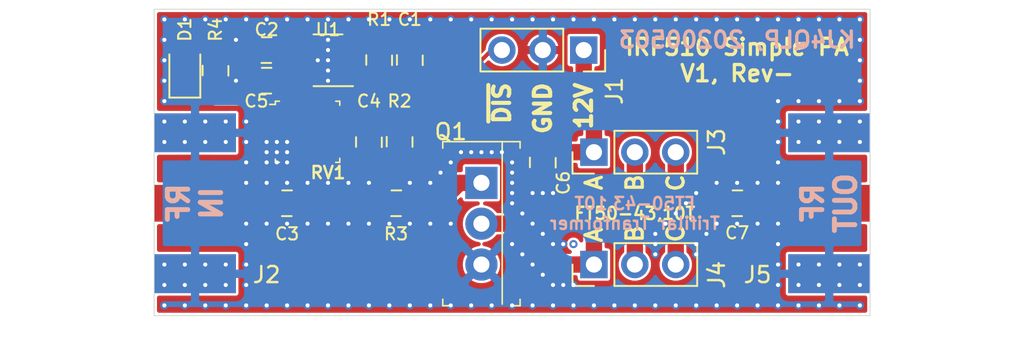
<source format=kicad_pcb>
(kicad_pcb (version 20171130) (host pcbnew 5.1.5-52549c5~84~ubuntu16.04.1)

  (general
    (thickness 1.6)
    (drawings 19)
    (tracks 265)
    (zones 0)
    (modules 20)
    (nets 15)
  )

  (page USLetter)
  (title_block
    (title "Simple IRF510 Power Amplifier - V1")
    (date 2020-05-03)
    (rev -)
    (company "Amateur Radio")
    (comment 2 creativecommons.org/licenses/by/4.0/)
    (comment 3 "License: CC BY 4.0")
    (comment 4 "Author: Zach Leffke, KJ4QLP")
  )

  (layers
    (0 F.Cu signal)
    (31 B.Cu signal)
    (32 B.Adhes user)
    (33 F.Adhes user)
    (34 B.Paste user)
    (35 F.Paste user)
    (36 B.SilkS user)
    (37 F.SilkS user)
    (38 B.Mask user)
    (39 F.Mask user)
    (40 Dwgs.User user)
    (41 Cmts.User user)
    (42 Eco1.User user)
    (43 Eco2.User user)
    (44 Edge.Cuts user)
    (45 Margin user)
    (46 B.CrtYd user)
    (47 F.CrtYd user)
    (48 B.Fab user)
    (49 F.Fab user)
  )

  (setup
    (last_trace_width 0.254)
    (user_trace_width 0.254)
    (user_trace_width 0.508)
    (user_trace_width 0.762)
    (user_trace_width 1.016)
    (trace_clearance 0.1524)
    (zone_clearance 0.1524)
    (zone_45_only no)
    (trace_min 0.1524)
    (via_size 0.508)
    (via_drill 0.254)
    (via_min_size 0.508)
    (via_min_drill 0.254)
    (uvia_size 0.508)
    (uvia_drill 0.254)
    (uvias_allowed no)
    (uvia_min_size 0.508)
    (uvia_min_drill 0.254)
    (edge_width 0.05)
    (segment_width 0.2)
    (pcb_text_width 0.3)
    (pcb_text_size 1.5 1.5)
    (mod_edge_width 0.12)
    (mod_text_size 1 1)
    (mod_text_width 0.15)
    (pad_size 1.524 1.524)
    (pad_drill 0.762)
    (pad_to_mask_clearance 0.051)
    (solder_mask_min_width 0.25)
    (aux_axis_origin 0 0)
    (visible_elements FFFDFF7F)
    (pcbplotparams
      (layerselection 0x010fc_ffffffff)
      (usegerberextensions false)
      (usegerberattributes false)
      (usegerberadvancedattributes false)
      (creategerberjobfile false)
      (excludeedgelayer true)
      (linewidth 0.100000)
      (plotframeref false)
      (viasonmask false)
      (mode 1)
      (useauxorigin false)
      (hpglpennumber 1)
      (hpglpenspeed 20)
      (hpglpendiameter 15.000000)
      (psnegative false)
      (psa4output false)
      (plotreference true)
      (plotvalue true)
      (plotinvisibletext false)
      (padsonsilk false)
      (subtractmaskfromsilk false)
      (outputformat 1)
      (mirror false)
      (drillshape 1)
      (scaleselection 1)
      (outputdirectory ""))
  )

  (net 0 "")
  (net 1 +12V)
  (net 2 GND)
  (net 3 "Net-(C2-Pad2)")
  (net 4 "Net-(C3-Pad2)")
  (net 5 "Net-(C3-Pad1)")
  (net 6 +5V)
  (net 7 "Net-(C7-Pad1)")
  (net 8 "Net-(C7-Pad2)")
  (net 9 "Net-(J1-Pad3)")
  (net 10 "Net-(Q1-Pad1)")
  (net 11 "Net-(C4-Pad2)")
  (net 12 "Net-(J3-Pad2)")
  (net 13 "Net-(J3-Pad3)")
  (net 14 "Net-(D1-Pad2)")

  (net_class Default "This is the default net class."
    (clearance 0.1524)
    (trace_width 0.254)
    (via_dia 0.508)
    (via_drill 0.254)
    (uvia_dia 0.508)
    (uvia_drill 0.254)
    (add_net +12V)
    (add_net +5V)
    (add_net GND)
    (add_net "Net-(C2-Pad2)")
    (add_net "Net-(C3-Pad1)")
    (add_net "Net-(C3-Pad2)")
    (add_net "Net-(C4-Pad2)")
    (add_net "Net-(C7-Pad1)")
    (add_net "Net-(C7-Pad2)")
    (add_net "Net-(D1-Pad2)")
    (add_net "Net-(J1-Pad3)")
    (add_net "Net-(J3-Pad2)")
    (add_net "Net-(J3-Pad3)")
    (add_net "Net-(Q1-Pad1)")
  )

  (module digikey-footprints:0805 (layer F.Cu) (tedit 5D288D36) (tstamp 5EAEB180)
    (at 86.36 118.11 90)
    (path /5EB098E7)
    (attr smd)
    (fp_text reference R4 (at 2.54 0 90) (layer F.SilkS)
      (effects (font (size 0.762 0.762) (thickness 0.127)))
    )
    (fp_text value 10k (at 0 1.95 90) (layer F.Fab)
      (effects (font (size 1 1) (thickness 0.15)))
    )
    (fp_line (start -0.95 -0.675) (end -0.95 0.675) (layer F.Fab) (width 0.12))
    (fp_line (start 0.95 -0.675) (end 0.95 0.675) (layer F.Fab) (width 0.12))
    (fp_line (start -0.95 -0.68) (end 0.95 -0.68) (layer F.Fab) (width 0.12))
    (fp_line (start -0.95 0.68) (end 0.95 0.68) (layer F.Fab) (width 0.12))
    (fp_line (start -0.3 -0.8) (end 0.3 -0.8) (layer F.SilkS) (width 0.12))
    (fp_line (start -0.32 0.8) (end 0.28 0.8) (layer F.SilkS) (width 0.12))
    (fp_line (start -1.9 0.93) (end -1.9 -0.93) (layer F.CrtYd) (width 0.05))
    (fp_line (start 1.9 0.93) (end 1.9 -0.93) (layer F.CrtYd) (width 0.05))
    (fp_line (start -1.9 -0.93) (end 1.9 -0.93) (layer F.CrtYd) (width 0.05))
    (fp_line (start -1.9 0.93) (end 1.9 0.93) (layer F.CrtYd) (width 0.05))
    (pad 1 smd rect (at -1.05 0 90) (size 1.2 1.2) (layers F.Cu F.Paste F.Mask)
      (net 6 +5V))
    (pad 2 smd rect (at 1.05 0 90) (size 1.2 1.2) (layers F.Cu F.Paste F.Mask)
      (net 14 "Net-(D1-Pad2)"))
  )

  (module LED_SMD:LED_0805_2012Metric (layer F.Cu) (tedit 5B36C52C) (tstamp 5EAEB256)
    (at 84.455 118.11 90)
    (descr "LED SMD 0805 (2012 Metric), square (rectangular) end terminal, IPC_7351 nominal, (Body size source: https://docs.google.com/spreadsheets/d/1BsfQQcO9C6DZCsRaXUlFlo91Tg2WpOkGARC1WS5S8t0/edit?usp=sharing), generated with kicad-footprint-generator")
    (tags diode)
    (path /5EB0838A)
    (attr smd)
    (fp_text reference D1 (at 2.54 0 90) (layer F.SilkS)
      (effects (font (size 0.762 0.762) (thickness 0.127)))
    )
    (fp_text value LED (at 0 1.65 90) (layer F.Fab)
      (effects (font (size 1 1) (thickness 0.15)))
    )
    (fp_text user %R (at 0 0 90) (layer F.Fab)
      (effects (font (size 0.5 0.5) (thickness 0.08)))
    )
    (fp_line (start 1.68 0.95) (end -1.68 0.95) (layer F.CrtYd) (width 0.05))
    (fp_line (start 1.68 -0.95) (end 1.68 0.95) (layer F.CrtYd) (width 0.05))
    (fp_line (start -1.68 -0.95) (end 1.68 -0.95) (layer F.CrtYd) (width 0.05))
    (fp_line (start -1.68 0.95) (end -1.68 -0.95) (layer F.CrtYd) (width 0.05))
    (fp_line (start -1.685 0.96) (end 1 0.96) (layer F.SilkS) (width 0.12))
    (fp_line (start -1.685 -0.96) (end -1.685 0.96) (layer F.SilkS) (width 0.12))
    (fp_line (start 1 -0.96) (end -1.685 -0.96) (layer F.SilkS) (width 0.12))
    (fp_line (start 1 0.6) (end 1 -0.6) (layer F.Fab) (width 0.1))
    (fp_line (start -1 0.6) (end 1 0.6) (layer F.Fab) (width 0.1))
    (fp_line (start -1 -0.3) (end -1 0.6) (layer F.Fab) (width 0.1))
    (fp_line (start -0.7 -0.6) (end -1 -0.3) (layer F.Fab) (width 0.1))
    (fp_line (start 1 -0.6) (end -0.7 -0.6) (layer F.Fab) (width 0.1))
    (pad 2 smd roundrect (at 0.9375 0 90) (size 0.975 1.4) (layers F.Cu F.Paste F.Mask) (roundrect_rratio 0.25)
      (net 14 "Net-(D1-Pad2)"))
    (pad 1 smd roundrect (at -0.9375 0 90) (size 0.975 1.4) (layers F.Cu F.Paste F.Mask) (roundrect_rratio 0.25)
      (net 2 GND))
    (model ${KISYS3DMOD}/LED_SMD.3dshapes/LED_0805_2012Metric.wrl
      (at (xyz 0 0 0))
      (scale (xyz 1 1 1))
      (rotate (xyz 0 0 0))
    )
  )

  (module digikey-footprints:RF_SMA_BoardEdge_142-0701-801 (layer F.Cu) (tedit 5CADFB52) (tstamp 5EAED2A3)
    (at 127 126.365 270)
    (descr https://belfuse.com/resources/Johnson/productinformation/pi-142-0701-801.pdf)
    (path /5EAE6029)
    (fp_text reference J5 (at 4.445 6.985) (layer F.SilkS)
      (effects (font (size 1 1) (thickness 0.15)))
    )
    (fp_text value RF_OUT (at 0 6.36 90) (layer F.Fab)
      (effects (font (size 1 1) (thickness 0.15)))
    )
    (fp_line (start -5.84 0) (end 5.84 0) (layer F.CrtYd) (width 0.05))
    (fp_line (start 4.76 4.75) (end 4.76 -9.52) (layer F.Fab) (width 0.1))
    (fp_line (start 4.76 -9.52) (end -4.76 -9.52) (layer F.Fab) (width 0.1))
    (fp_line (start 4.76 4.75) (end -4.76 4.75) (layer F.Fab) (width 0.1))
    (fp_line (start -4.76 4.75) (end -4.76 -9.52) (layer F.Fab) (width 0.1))
    (fp_line (start -5.84 0) (end -5.84 5.33) (layer F.CrtYd) (width 0.05))
    (fp_line (start 5.84 0) (end 5.84 5.33) (layer F.CrtYd) (width 0.05))
    (fp_line (start -5.84 5.33) (end 5.84 5.33) (layer F.CrtYd) (width 0.05))
    (fp_text user %R (at 0 -3.7 90) (layer F.Fab)
      (effects (font (size 1 1) (thickness 0.15)))
    )
    (pad 2 smd rect (at -4.3815 2.54 270) (size 2.413 5.08) (layers B.Cu B.Paste B.Mask)
      (net 2 GND))
    (pad 2 smd rect (at 4.3815 2.54 270) (size 2.413 5.08) (layers B.Cu B.Paste B.Mask)
      (net 2 GND))
    (pad 2 smd rect (at 4.3815 2.54 270) (size 2.413 5.08) (layers F.Cu F.Paste F.Mask)
      (net 2 GND))
    (pad 1 smd rect (at 0 2.54 270) (size 2.286 5.08) (layers F.Cu F.Paste F.Mask)
      (net 7 "Net-(C7-Pad1)"))
    (pad 2 smd rect (at -4.3815 2.54 270) (size 2.413 5.08) (layers F.Cu F.Paste F.Mask)
      (net 2 GND))
  )

  (module Connector_PinHeader_2.54mm:PinHeader_1x03_P2.54mm_Vertical (layer F.Cu) (tedit 59FED5CC) (tstamp 5EAE98E9)
    (at 109.855 130.175 90)
    (descr "Through hole straight pin header, 1x03, 2.54mm pitch, single row")
    (tags "Through hole pin header THT 1x03 2.54mm single row")
    (path /5EB15C83)
    (fp_text reference J4 (at -0.635 7.62 90) (layer F.SilkS)
      (effects (font (size 1 1) (thickness 0.15)))
    )
    (fp_text value FT50-43,10T (at 0 7.41 90) (layer F.Fab)
      (effects (font (size 1 1) (thickness 0.15)))
    )
    (fp_text user %R (at 0 2.54) (layer F.Fab)
      (effects (font (size 1 1) (thickness 0.15)))
    )
    (fp_line (start 1.8 -1.8) (end -1.8 -1.8) (layer F.CrtYd) (width 0.05))
    (fp_line (start 1.8 6.85) (end 1.8 -1.8) (layer F.CrtYd) (width 0.05))
    (fp_line (start -1.8 6.85) (end 1.8 6.85) (layer F.CrtYd) (width 0.05))
    (fp_line (start -1.8 -1.8) (end -1.8 6.85) (layer F.CrtYd) (width 0.05))
    (fp_line (start -1.33 -1.33) (end 0 -1.33) (layer F.SilkS) (width 0.12))
    (fp_line (start -1.33 0) (end -1.33 -1.33) (layer F.SilkS) (width 0.12))
    (fp_line (start -1.33 1.27) (end 1.33 1.27) (layer F.SilkS) (width 0.12))
    (fp_line (start 1.33 1.27) (end 1.33 6.41) (layer F.SilkS) (width 0.12))
    (fp_line (start -1.33 1.27) (end -1.33 6.41) (layer F.SilkS) (width 0.12))
    (fp_line (start -1.33 6.41) (end 1.33 6.41) (layer F.SilkS) (width 0.12))
    (fp_line (start -1.27 -0.635) (end -0.635 -1.27) (layer F.Fab) (width 0.1))
    (fp_line (start -1.27 6.35) (end -1.27 -0.635) (layer F.Fab) (width 0.1))
    (fp_line (start 1.27 6.35) (end -1.27 6.35) (layer F.Fab) (width 0.1))
    (fp_line (start 1.27 -1.27) (end 1.27 6.35) (layer F.Fab) (width 0.1))
    (fp_line (start -0.635 -1.27) (end 1.27 -1.27) (layer F.Fab) (width 0.1))
    (pad 3 thru_hole oval (at 0 5.08 90) (size 1.7 1.7) (drill 1) (layers *.Cu *.Mask)
      (net 8 "Net-(C7-Pad2)"))
    (pad 2 thru_hole oval (at 0 2.54 90) (size 1.7 1.7) (drill 1) (layers *.Cu *.Mask)
      (net 13 "Net-(J3-Pad3)"))
    (pad 1 thru_hole rect (at 0 0 90) (size 1.7 1.7) (drill 1) (layers *.Cu *.Mask)
      (net 12 "Net-(J3-Pad2)"))
    (model ${KISYS3DMOD}/Connector_PinHeader_2.54mm.3dshapes/PinHeader_1x03_P2.54mm_Vertical.wrl
      (at (xyz 0 0 0))
      (scale (xyz 1 1 1))
      (rotate (xyz 0 0 0))
    )
  )

  (module Connector_PinHeader_2.54mm:PinHeader_1x03_P2.54mm_Vertical (layer F.Cu) (tedit 59FED5CC) (tstamp 5EAEAD03)
    (at 109.855 123.19 90)
    (descr "Through hole straight pin header, 1x03, 2.54mm pitch, single row")
    (tags "Through hole pin header THT 1x03 2.54mm single row")
    (path /5EB16B2F)
    (fp_text reference J3 (at 0.635 7.62 90) (layer F.SilkS)
      (effects (font (size 1 1) (thickness 0.15)))
    )
    (fp_text value FT50-43,10T (at 0 7.41 90) (layer F.Fab)
      (effects (font (size 1 1) (thickness 0.15)))
    )
    (fp_text user %R (at 0 2.54) (layer F.Fab)
      (effects (font (size 1 1) (thickness 0.15)))
    )
    (fp_line (start 1.8 -1.8) (end -1.8 -1.8) (layer F.CrtYd) (width 0.05))
    (fp_line (start 1.8 6.85) (end 1.8 -1.8) (layer F.CrtYd) (width 0.05))
    (fp_line (start -1.8 6.85) (end 1.8 6.85) (layer F.CrtYd) (width 0.05))
    (fp_line (start -1.8 -1.8) (end -1.8 6.85) (layer F.CrtYd) (width 0.05))
    (fp_line (start -1.33 -1.33) (end 0 -1.33) (layer F.SilkS) (width 0.12))
    (fp_line (start -1.33 0) (end -1.33 -1.33) (layer F.SilkS) (width 0.12))
    (fp_line (start -1.33 1.27) (end 1.33 1.27) (layer F.SilkS) (width 0.12))
    (fp_line (start 1.33 1.27) (end 1.33 6.41) (layer F.SilkS) (width 0.12))
    (fp_line (start -1.33 1.27) (end -1.33 6.41) (layer F.SilkS) (width 0.12))
    (fp_line (start -1.33 6.41) (end 1.33 6.41) (layer F.SilkS) (width 0.12))
    (fp_line (start -1.27 -0.635) (end -0.635 -1.27) (layer F.Fab) (width 0.1))
    (fp_line (start -1.27 6.35) (end -1.27 -0.635) (layer F.Fab) (width 0.1))
    (fp_line (start 1.27 6.35) (end -1.27 6.35) (layer F.Fab) (width 0.1))
    (fp_line (start 1.27 -1.27) (end 1.27 6.35) (layer F.Fab) (width 0.1))
    (fp_line (start -0.635 -1.27) (end 1.27 -1.27) (layer F.Fab) (width 0.1))
    (pad 3 thru_hole oval (at 0 5.08 90) (size 1.7 1.7) (drill 1) (layers *.Cu *.Mask)
      (net 13 "Net-(J3-Pad3)"))
    (pad 2 thru_hole oval (at 0 2.54 90) (size 1.7 1.7) (drill 1) (layers *.Cu *.Mask)
      (net 12 "Net-(J3-Pad2)"))
    (pad 1 thru_hole rect (at 0 0 90) (size 1.7 1.7) (drill 1) (layers *.Cu *.Mask)
      (net 1 +12V))
    (model ${KISYS3DMOD}/Connector_PinHeader_2.54mm.3dshapes/PinHeader_1x03_P2.54mm_Vertical.wrl
      (at (xyz 0 0 0))
      (scale (xyz 1 1 1))
      (rotate (xyz 0 0 0))
    )
  )

  (module digikey-footprints:0805 (layer F.Cu) (tedit 5D288D36) (tstamp 5EAEA13F)
    (at 97.57 126.365 180)
    (path /5EAEE048)
    (attr smd)
    (fp_text reference R3 (at 0 -1.905) (layer F.SilkS)
      (effects (font (size 0.762 0.762) (thickness 0.127)))
    )
    (fp_text value 10 (at 0 1.95) (layer F.Fab)
      (effects (font (size 1 1) (thickness 0.15)))
    )
    (fp_line (start -0.95 -0.675) (end -0.95 0.675) (layer F.Fab) (width 0.12))
    (fp_line (start 0.95 -0.675) (end 0.95 0.675) (layer F.Fab) (width 0.12))
    (fp_line (start -0.95 -0.68) (end 0.95 -0.68) (layer F.Fab) (width 0.12))
    (fp_line (start -0.95 0.68) (end 0.95 0.68) (layer F.Fab) (width 0.12))
    (fp_line (start -0.3 -0.8) (end 0.3 -0.8) (layer F.SilkS) (width 0.12))
    (fp_line (start -0.32 0.8) (end 0.28 0.8) (layer F.SilkS) (width 0.12))
    (fp_line (start -1.9 0.93) (end -1.9 -0.93) (layer F.CrtYd) (width 0.05))
    (fp_line (start 1.9 0.93) (end 1.9 -0.93) (layer F.CrtYd) (width 0.05))
    (fp_line (start -1.9 -0.93) (end 1.9 -0.93) (layer F.CrtYd) (width 0.05))
    (fp_line (start -1.9 0.93) (end 1.9 0.93) (layer F.CrtYd) (width 0.05))
    (pad 1 smd rect (at -1.05 0 180) (size 1.2 1.2) (layers F.Cu F.Paste F.Mask)
      (net 10 "Net-(Q1-Pad1)"))
    (pad 2 smd rect (at 1.05 0 180) (size 1.2 1.2) (layers F.Cu F.Paste F.Mask)
      (net 4 "Net-(C3-Pad2)"))
  )

  (module digikey-footprints:0805 (layer F.Cu) (tedit 5D288D36) (tstamp 5EAE9832)
    (at 98.425 117.475 270)
    (path /5EAFB44A)
    (attr smd)
    (fp_text reference C1 (at -2.54 0 180) (layer F.SilkS)
      (effects (font (size 0.762 0.762) (thickness 0.127)))
    )
    (fp_text value 1uF (at 0 1.95 90) (layer F.Fab)
      (effects (font (size 1 1) (thickness 0.15)))
    )
    (fp_line (start -1.9 0.93) (end 1.9 0.93) (layer F.CrtYd) (width 0.05))
    (fp_line (start -1.9 -0.93) (end 1.9 -0.93) (layer F.CrtYd) (width 0.05))
    (fp_line (start 1.9 0.93) (end 1.9 -0.93) (layer F.CrtYd) (width 0.05))
    (fp_line (start -1.9 0.93) (end -1.9 -0.93) (layer F.CrtYd) (width 0.05))
    (fp_line (start -0.32 0.8) (end 0.28 0.8) (layer F.SilkS) (width 0.12))
    (fp_line (start -0.3 -0.8) (end 0.3 -0.8) (layer F.SilkS) (width 0.12))
    (fp_line (start -0.95 0.68) (end 0.95 0.68) (layer F.Fab) (width 0.12))
    (fp_line (start -0.95 -0.68) (end 0.95 -0.68) (layer F.Fab) (width 0.12))
    (fp_line (start 0.95 -0.675) (end 0.95 0.675) (layer F.Fab) (width 0.12))
    (fp_line (start -0.95 -0.675) (end -0.95 0.675) (layer F.Fab) (width 0.12))
    (pad 2 smd rect (at 1.05 0 270) (size 1.2 1.2) (layers F.Cu F.Paste F.Mask)
      (net 1 +12V))
    (pad 1 smd rect (at -1.05 0 270) (size 1.2 1.2) (layers F.Cu F.Paste F.Mask)
      (net 2 GND))
  )

  (module digikey-footprints:0805 (layer F.Cu) (tedit 5D288D36) (tstamp 5EAE9842)
    (at 89.535 116.84)
    (path /5EAFC2FB)
    (attr smd)
    (fp_text reference C2 (at 0 -1.27) (layer F.SilkS)
      (effects (font (size 0.762 0.762) (thickness 0.127)))
    )
    (fp_text value 1uF (at 0 1.95) (layer F.Fab)
      (effects (font (size 1 1) (thickness 0.15)))
    )
    (fp_line (start -1.9 0.93) (end 1.9 0.93) (layer F.CrtYd) (width 0.05))
    (fp_line (start -1.9 -0.93) (end 1.9 -0.93) (layer F.CrtYd) (width 0.05))
    (fp_line (start 1.9 0.93) (end 1.9 -0.93) (layer F.CrtYd) (width 0.05))
    (fp_line (start -1.9 0.93) (end -1.9 -0.93) (layer F.CrtYd) (width 0.05))
    (fp_line (start -0.32 0.8) (end 0.28 0.8) (layer F.SilkS) (width 0.12))
    (fp_line (start -0.3 -0.8) (end 0.3 -0.8) (layer F.SilkS) (width 0.12))
    (fp_line (start -0.95 0.68) (end 0.95 0.68) (layer F.Fab) (width 0.12))
    (fp_line (start -0.95 -0.68) (end 0.95 -0.68) (layer F.Fab) (width 0.12))
    (fp_line (start 0.95 -0.675) (end 0.95 0.675) (layer F.Fab) (width 0.12))
    (fp_line (start -0.95 -0.675) (end -0.95 0.675) (layer F.Fab) (width 0.12))
    (pad 2 smd rect (at 1.05 0) (size 1.2 1.2) (layers F.Cu F.Paste F.Mask)
      (net 3 "Net-(C2-Pad2)"))
    (pad 1 smd rect (at -1.05 0) (size 1.2 1.2) (layers F.Cu F.Paste F.Mask)
      (net 2 GND))
  )

  (module digikey-footprints:0805 (layer F.Cu) (tedit 5D288D36) (tstamp 5EAE9852)
    (at 90.805 126.365)
    (path /5EAE6E1F)
    (attr smd)
    (fp_text reference C3 (at 0 1.905) (layer F.SilkS)
      (effects (font (size 0.762 0.762) (thickness 0.127)))
    )
    (fp_text value 1uF (at 0 1.95) (layer F.Fab)
      (effects (font (size 1 1) (thickness 0.15)))
    )
    (fp_line (start -1.9 0.93) (end 1.9 0.93) (layer F.CrtYd) (width 0.05))
    (fp_line (start -1.9 -0.93) (end 1.9 -0.93) (layer F.CrtYd) (width 0.05))
    (fp_line (start 1.9 0.93) (end 1.9 -0.93) (layer F.CrtYd) (width 0.05))
    (fp_line (start -1.9 0.93) (end -1.9 -0.93) (layer F.CrtYd) (width 0.05))
    (fp_line (start -0.32 0.8) (end 0.28 0.8) (layer F.SilkS) (width 0.12))
    (fp_line (start -0.3 -0.8) (end 0.3 -0.8) (layer F.SilkS) (width 0.12))
    (fp_line (start -0.95 0.68) (end 0.95 0.68) (layer F.Fab) (width 0.12))
    (fp_line (start -0.95 -0.68) (end 0.95 -0.68) (layer F.Fab) (width 0.12))
    (fp_line (start 0.95 -0.675) (end 0.95 0.675) (layer F.Fab) (width 0.12))
    (fp_line (start -0.95 -0.675) (end -0.95 0.675) (layer F.Fab) (width 0.12))
    (pad 2 smd rect (at 1.05 0) (size 1.2 1.2) (layers F.Cu F.Paste F.Mask)
      (net 4 "Net-(C3-Pad2)"))
    (pad 1 smd rect (at -1.05 0) (size 1.2 1.2) (layers F.Cu F.Paste F.Mask)
      (net 5 "Net-(C3-Pad1)"))
  )

  (module digikey-footprints:0805 (layer F.Cu) (tedit 5D288D36) (tstamp 5EAE9862)
    (at 95.885 122.555 90)
    (path /5EAEBA17)
    (attr smd)
    (fp_text reference C4 (at 2.54 0 180) (layer F.SilkS)
      (effects (font (size 0.762 0.762) (thickness 0.127)))
    )
    (fp_text value 1uF (at 0 1.95 90) (layer F.Fab)
      (effects (font (size 1 1) (thickness 0.15)))
    )
    (fp_line (start -0.95 -0.675) (end -0.95 0.675) (layer F.Fab) (width 0.12))
    (fp_line (start 0.95 -0.675) (end 0.95 0.675) (layer F.Fab) (width 0.12))
    (fp_line (start -0.95 -0.68) (end 0.95 -0.68) (layer F.Fab) (width 0.12))
    (fp_line (start -0.95 0.68) (end 0.95 0.68) (layer F.Fab) (width 0.12))
    (fp_line (start -0.3 -0.8) (end 0.3 -0.8) (layer F.SilkS) (width 0.12))
    (fp_line (start -0.32 0.8) (end 0.28 0.8) (layer F.SilkS) (width 0.12))
    (fp_line (start -1.9 0.93) (end -1.9 -0.93) (layer F.CrtYd) (width 0.05))
    (fp_line (start 1.9 0.93) (end 1.9 -0.93) (layer F.CrtYd) (width 0.05))
    (fp_line (start -1.9 -0.93) (end 1.9 -0.93) (layer F.CrtYd) (width 0.05))
    (fp_line (start -1.9 0.93) (end 1.9 0.93) (layer F.CrtYd) (width 0.05))
    (pad 1 smd rect (at -1.05 0 90) (size 1.2 1.2) (layers F.Cu F.Paste F.Mask)
      (net 2 GND))
    (pad 2 smd rect (at 1.05 0 90) (size 1.2 1.2) (layers F.Cu F.Paste F.Mask)
      (net 11 "Net-(C4-Pad2)"))
  )

  (module digikey-footprints:0805 (layer F.Cu) (tedit 5D288D36) (tstamp 5EAE9872)
    (at 89.535 118.745)
    (path /5EAFBCE9)
    (attr smd)
    (fp_text reference C5 (at -0.635 1.27) (layer F.SilkS)
      (effects (font (size 0.762 0.762) (thickness 0.127)))
    )
    (fp_text value 1uF (at 0 1.95) (layer F.Fab)
      (effects (font (size 1 1) (thickness 0.15)))
    )
    (fp_line (start -0.95 -0.675) (end -0.95 0.675) (layer F.Fab) (width 0.12))
    (fp_line (start 0.95 -0.675) (end 0.95 0.675) (layer F.Fab) (width 0.12))
    (fp_line (start -0.95 -0.68) (end 0.95 -0.68) (layer F.Fab) (width 0.12))
    (fp_line (start -0.95 0.68) (end 0.95 0.68) (layer F.Fab) (width 0.12))
    (fp_line (start -0.3 -0.8) (end 0.3 -0.8) (layer F.SilkS) (width 0.12))
    (fp_line (start -0.32 0.8) (end 0.28 0.8) (layer F.SilkS) (width 0.12))
    (fp_line (start -1.9 0.93) (end -1.9 -0.93) (layer F.CrtYd) (width 0.05))
    (fp_line (start 1.9 0.93) (end 1.9 -0.93) (layer F.CrtYd) (width 0.05))
    (fp_line (start -1.9 -0.93) (end 1.9 -0.93) (layer F.CrtYd) (width 0.05))
    (fp_line (start -1.9 0.93) (end 1.9 0.93) (layer F.CrtYd) (width 0.05))
    (pad 1 smd rect (at -1.05 0) (size 1.2 1.2) (layers F.Cu F.Paste F.Mask)
      (net 2 GND))
    (pad 2 smd rect (at 1.05 0) (size 1.2 1.2) (layers F.Cu F.Paste F.Mask)
      (net 6 +5V))
  )

  (module digikey-footprints:0805 (layer F.Cu) (tedit 5D288D36) (tstamp 5EAE9882)
    (at 106.68 123.825 90)
    (path /5EAF1C18)
    (attr smd)
    (fp_text reference C6 (at -1.27 1.27 270) (layer F.SilkS)
      (effects (font (size 0.762 0.762) (thickness 0.127)))
    )
    (fp_text value 1uF (at 0 1.95 90) (layer F.Fab)
      (effects (font (size 1 1) (thickness 0.15)))
    )
    (fp_line (start -1.9 0.93) (end 1.9 0.93) (layer F.CrtYd) (width 0.05))
    (fp_line (start -1.9 -0.93) (end 1.9 -0.93) (layer F.CrtYd) (width 0.05))
    (fp_line (start 1.9 0.93) (end 1.9 -0.93) (layer F.CrtYd) (width 0.05))
    (fp_line (start -1.9 0.93) (end -1.9 -0.93) (layer F.CrtYd) (width 0.05))
    (fp_line (start -0.32 0.8) (end 0.28 0.8) (layer F.SilkS) (width 0.12))
    (fp_line (start -0.3 -0.8) (end 0.3 -0.8) (layer F.SilkS) (width 0.12))
    (fp_line (start -0.95 0.68) (end 0.95 0.68) (layer F.Fab) (width 0.12))
    (fp_line (start -0.95 -0.68) (end 0.95 -0.68) (layer F.Fab) (width 0.12))
    (fp_line (start 0.95 -0.675) (end 0.95 0.675) (layer F.Fab) (width 0.12))
    (fp_line (start -0.95 -0.675) (end -0.95 0.675) (layer F.Fab) (width 0.12))
    (pad 2 smd rect (at 1.05 0 90) (size 1.2 1.2) (layers F.Cu F.Paste F.Mask)
      (net 1 +12V))
    (pad 1 smd rect (at -1.05 0 90) (size 1.2 1.2) (layers F.Cu F.Paste F.Mask)
      (net 2 GND))
  )

  (module digikey-footprints:0805 (layer F.Cu) (tedit 5D288D36) (tstamp 5EAE9892)
    (at 118.745 126.365 180)
    (path /5EAEF463)
    (attr smd)
    (fp_text reference C7 (at 0 -1.84) (layer F.SilkS)
      (effects (font (size 0.762 0.762) (thickness 0.127)))
    )
    (fp_text value C (at 0 1.95) (layer F.Fab)
      (effects (font (size 1 1) (thickness 0.15)))
    )
    (fp_line (start -0.95 -0.675) (end -0.95 0.675) (layer F.Fab) (width 0.12))
    (fp_line (start 0.95 -0.675) (end 0.95 0.675) (layer F.Fab) (width 0.12))
    (fp_line (start -0.95 -0.68) (end 0.95 -0.68) (layer F.Fab) (width 0.12))
    (fp_line (start -0.95 0.68) (end 0.95 0.68) (layer F.Fab) (width 0.12))
    (fp_line (start -0.3 -0.8) (end 0.3 -0.8) (layer F.SilkS) (width 0.12))
    (fp_line (start -0.32 0.8) (end 0.28 0.8) (layer F.SilkS) (width 0.12))
    (fp_line (start -1.9 0.93) (end -1.9 -0.93) (layer F.CrtYd) (width 0.05))
    (fp_line (start 1.9 0.93) (end 1.9 -0.93) (layer F.CrtYd) (width 0.05))
    (fp_line (start -1.9 -0.93) (end 1.9 -0.93) (layer F.CrtYd) (width 0.05))
    (fp_line (start -1.9 0.93) (end 1.9 0.93) (layer F.CrtYd) (width 0.05))
    (pad 1 smd rect (at -1.05 0 180) (size 1.2 1.2) (layers F.Cu F.Paste F.Mask)
      (net 7 "Net-(C7-Pad1)"))
    (pad 2 smd rect (at 1.05 0 180) (size 1.2 1.2) (layers F.Cu F.Paste F.Mask)
      (net 8 "Net-(C7-Pad2)"))
  )

  (module Connector_PinSocket_2.54mm:PinSocket_1x03_P2.54mm_Vertical (layer F.Cu) (tedit 5A19A429) (tstamp 5EAEC41A)
    (at 109.22 116.84 270)
    (descr "Through hole straight socket strip, 1x03, 2.54mm pitch, single row (from Kicad 4.0.7), script generated")
    (tags "Through hole socket strip THT 1x03 2.54mm single row")
    (path /5EB01E1A)
    (fp_text reference J1 (at 2.54 -1.905 90) (layer F.SilkS)
      (effects (font (size 1 1) (thickness 0.15)))
    )
    (fp_text value PWR (at 0 7.85 90) (layer F.Fab)
      (effects (font (size 1 1) (thickness 0.15)))
    )
    (fp_line (start -1.27 -1.27) (end 0.635 -1.27) (layer F.Fab) (width 0.1))
    (fp_line (start 0.635 -1.27) (end 1.27 -0.635) (layer F.Fab) (width 0.1))
    (fp_line (start 1.27 -0.635) (end 1.27 6.35) (layer F.Fab) (width 0.1))
    (fp_line (start 1.27 6.35) (end -1.27 6.35) (layer F.Fab) (width 0.1))
    (fp_line (start -1.27 6.35) (end -1.27 -1.27) (layer F.Fab) (width 0.1))
    (fp_line (start -1.33 1.27) (end 1.33 1.27) (layer F.SilkS) (width 0.12))
    (fp_line (start -1.33 1.27) (end -1.33 6.41) (layer F.SilkS) (width 0.12))
    (fp_line (start -1.33 6.41) (end 1.33 6.41) (layer F.SilkS) (width 0.12))
    (fp_line (start 1.33 1.27) (end 1.33 6.41) (layer F.SilkS) (width 0.12))
    (fp_line (start 1.33 -1.33) (end 1.33 0) (layer F.SilkS) (width 0.12))
    (fp_line (start 0 -1.33) (end 1.33 -1.33) (layer F.SilkS) (width 0.12))
    (fp_line (start -1.8 -1.8) (end 1.75 -1.8) (layer F.CrtYd) (width 0.05))
    (fp_line (start 1.75 -1.8) (end 1.75 6.85) (layer F.CrtYd) (width 0.05))
    (fp_line (start 1.75 6.85) (end -1.8 6.85) (layer F.CrtYd) (width 0.05))
    (fp_line (start -1.8 6.85) (end -1.8 -1.8) (layer F.CrtYd) (width 0.05))
    (fp_text user %R (at 0 2.54) (layer F.Fab)
      (effects (font (size 1 1) (thickness 0.15)))
    )
    (pad 1 thru_hole rect (at 0 0 270) (size 1.7 1.7) (drill 1) (layers *.Cu *.Mask)
      (net 1 +12V))
    (pad 2 thru_hole oval (at 0 2.54 270) (size 1.7 1.7) (drill 1) (layers *.Cu *.Mask)
      (net 2 GND))
    (pad 3 thru_hole oval (at 0 5.08 270) (size 1.7 1.7) (drill 1) (layers *.Cu *.Mask)
      (net 9 "Net-(J1-Pad3)"))
    (model ${KISYS3DMOD}/Connector_PinSocket_2.54mm.3dshapes/PinSocket_1x03_P2.54mm_Vertical.wrl
      (at (xyz 0 0 0))
      (scale (xyz 1 1 1))
      (rotate (xyz 0 0 0))
    )
  )

  (module digikey-footprints:RF_SMA_BoardEdge_142-0701-801 (layer F.Cu) (tedit 5CADFB52) (tstamp 5EAE98BB)
    (at 82.55 126.365 90)
    (descr https://belfuse.com/resources/Johnson/productinformation/pi-142-0701-801.pdf)
    (path /5EAE590A)
    (fp_text reference J2 (at -4.445 6.985) (layer F.SilkS)
      (effects (font (size 1 1) (thickness 0.15)))
    )
    (fp_text value RF_IN (at 0 6.36 90) (layer F.Fab)
      (effects (font (size 1 1) (thickness 0.15)))
    )
    (fp_text user %R (at 0 -3.7 90) (layer F.Fab)
      (effects (font (size 1 1) (thickness 0.15)))
    )
    (fp_line (start -5.84 5.33) (end 5.84 5.33) (layer F.CrtYd) (width 0.05))
    (fp_line (start 5.84 0) (end 5.84 5.33) (layer F.CrtYd) (width 0.05))
    (fp_line (start -5.84 0) (end -5.84 5.33) (layer F.CrtYd) (width 0.05))
    (fp_line (start -4.76 4.75) (end -4.76 -9.52) (layer F.Fab) (width 0.1))
    (fp_line (start 4.76 4.75) (end -4.76 4.75) (layer F.Fab) (width 0.1))
    (fp_line (start 4.76 -9.52) (end -4.76 -9.52) (layer F.Fab) (width 0.1))
    (fp_line (start 4.76 4.75) (end 4.76 -9.52) (layer F.Fab) (width 0.1))
    (fp_line (start -5.84 0) (end 5.84 0) (layer F.CrtYd) (width 0.05))
    (pad 2 smd rect (at -4.3815 2.54 90) (size 2.413 5.08) (layers F.Cu F.Paste F.Mask)
      (net 2 GND))
    (pad 1 smd rect (at 0 2.54 90) (size 2.286 5.08) (layers F.Cu F.Paste F.Mask)
      (net 5 "Net-(C3-Pad1)"))
    (pad 2 smd rect (at 4.3815 2.54 90) (size 2.413 5.08) (layers F.Cu F.Paste F.Mask)
      (net 2 GND))
    (pad 2 smd rect (at 4.3815 2.54 90) (size 2.413 5.08) (layers B.Cu B.Paste B.Mask)
      (net 2 GND))
    (pad 2 smd rect (at -4.3815 2.54 90) (size 2.413 5.08) (layers B.Cu B.Paste B.Mask)
      (net 2 GND))
  )

  (module digikey-footprints:TO-220-3 (layer F.Cu) (tedit 5AFA02CB) (tstamp 5EAE9903)
    (at 102.87 125.095 270)
    (descr http://www.st.com/content/ccc/resource/technical/document/datasheet/f9/ed/f5/44/26/b9/43/a4/CD00000911.pdf/files/CD00000911.pdf/jcr:content/translations/en.CD00000911.pdf)
    (path /5EAE41E3)
    (fp_text reference Q1 (at -3.175 1.905 180) (layer F.SilkS)
      (effects (font (size 1 1) (thickness 0.15)))
    )
    (fp_text value IRF510PBF (at 2.27 3.63 90) (layer F.Fab)
      (effects (font (size 1 1) (thickness 0.15)))
    )
    (fp_line (start -2.56 -1.29) (end 7.54 -1.29) (layer F.SilkS) (width 0.1))
    (fp_line (start -2.45 -1.3) (end 7.54 -1.3) (layer F.Fab) (width 0.1))
    (fp_line (start -2.71 2.5) (end 7.79 2.5) (layer F.CrtYd) (width 0.05))
    (fp_line (start -2.71 -2.5) (end 7.79 -2.5) (layer F.CrtYd) (width 0.05))
    (fp_line (start -2.71 -2.5) (end -2.71 2.5) (layer F.CrtYd) (width 0.05))
    (fp_line (start 7.79 -2.5) (end 7.79 2.5) (layer F.CrtYd) (width 0.05))
    (fp_line (start 7.64 2.4) (end 7.64 2) (layer F.SilkS) (width 0.1))
    (fp_line (start 7.64 2.4) (end 7.24 2.4) (layer F.SilkS) (width 0.1))
    (fp_line (start -2.56 2.4) (end -2.56 -2) (layer F.SilkS) (width 0.1))
    (fp_line (start -2.56 2.4) (end -2.16 2.4) (layer F.SilkS) (width 0.1))
    (fp_line (start -2.56 -2.4) (end -2.56 -2) (layer F.SilkS) (width 0.1))
    (fp_line (start -2.56 -2.4) (end -2.16 -2.4) (layer F.SilkS) (width 0.1))
    (fp_line (start 7.24 -2.4) (end 7.64 -2.4) (layer F.SilkS) (width 0.1))
    (fp_line (start 7.64 -2.4) (end 7.64 -2) (layer F.SilkS) (width 0.1))
    (fp_text user %R (at 2.52 -0.01 90) (layer F.Fab)
      (effects (font (size 1 1) (thickness 0.15)))
    )
    (fp_line (start 7.54 2.25) (end 7.54 -2.25) (layer F.Fab) (width 0.1))
    (fp_line (start -2.46 -2.25) (end -2.46 2.25) (layer F.Fab) (width 0.1))
    (fp_line (start -2.46 -2.25) (end 7.54 -2.25) (layer F.Fab) (width 0.1))
    (fp_line (start -2.46 2.25) (end 7.54 2.25) (layer F.Fab) (width 0.1))
    (pad 1 thru_hole rect (at 0 0 270) (size 2 2) (drill 1) (layers *.Cu *.Mask)
      (net 10 "Net-(Q1-Pad1)"))
    (pad 2 thru_hole circle (at 2.54 0 270) (size 2 2) (drill 1) (layers *.Cu *.Mask)
      (net 12 "Net-(J3-Pad2)"))
    (pad 3 thru_hole circle (at 5.08 0 270) (size 2 2) (drill 1) (layers *.Cu *.Mask)
      (net 2 GND))
  )

  (module digikey-footprints:0805 (layer F.Cu) (tedit 5D288D36) (tstamp 5EAE9913)
    (at 96.52 117.475001 270)
    (path /5EAF9F21)
    (attr smd)
    (fp_text reference R1 (at -2.540001 0 180) (layer F.SilkS)
      (effects (font (size 0.762 0.762) (thickness 0.127)))
    )
    (fp_text value 100k (at 0 1.95 90) (layer F.Fab)
      (effects (font (size 1 1) (thickness 0.15)))
    )
    (fp_line (start -0.95 -0.675) (end -0.95 0.675) (layer F.Fab) (width 0.12))
    (fp_line (start 0.95 -0.675) (end 0.95 0.675) (layer F.Fab) (width 0.12))
    (fp_line (start -0.95 -0.68) (end 0.95 -0.68) (layer F.Fab) (width 0.12))
    (fp_line (start -0.95 0.68) (end 0.95 0.68) (layer F.Fab) (width 0.12))
    (fp_line (start -0.3 -0.8) (end 0.3 -0.8) (layer F.SilkS) (width 0.12))
    (fp_line (start -0.32 0.8) (end 0.28 0.8) (layer F.SilkS) (width 0.12))
    (fp_line (start -1.9 0.93) (end -1.9 -0.93) (layer F.CrtYd) (width 0.05))
    (fp_line (start 1.9 0.93) (end 1.9 -0.93) (layer F.CrtYd) (width 0.05))
    (fp_line (start -1.9 -0.93) (end 1.9 -0.93) (layer F.CrtYd) (width 0.05))
    (fp_line (start -1.9 0.93) (end 1.9 0.93) (layer F.CrtYd) (width 0.05))
    (pad 1 smd rect (at -1.05 0 270) (size 1.2 1.2) (layers F.Cu F.Paste F.Mask)
      (net 9 "Net-(J1-Pad3)"))
    (pad 2 smd rect (at 1.05 0 270) (size 1.2 1.2) (layers F.Cu F.Paste F.Mask)
      (net 1 +12V))
  )

  (module digikey-footprints:0805 (layer F.Cu) (tedit 5D288D36) (tstamp 5EAE9923)
    (at 97.79 122.555 270)
    (path /5EB0B3F3)
    (attr smd)
    (fp_text reference R2 (at -2.54 0 180) (layer F.SilkS)
      (effects (font (size 0.762 0.762) (thickness 0.127)))
    )
    (fp_text value 3.3k (at 0 1.95 90) (layer F.Fab)
      (effects (font (size 1 1) (thickness 0.15)))
    )
    (fp_line (start -1.9 0.93) (end 1.9 0.93) (layer F.CrtYd) (width 0.05))
    (fp_line (start -1.9 -0.93) (end 1.9 -0.93) (layer F.CrtYd) (width 0.05))
    (fp_line (start 1.9 0.93) (end 1.9 -0.93) (layer F.CrtYd) (width 0.05))
    (fp_line (start -1.9 0.93) (end -1.9 -0.93) (layer F.CrtYd) (width 0.05))
    (fp_line (start -0.32 0.8) (end 0.28 0.8) (layer F.SilkS) (width 0.12))
    (fp_line (start -0.3 -0.8) (end 0.3 -0.8) (layer F.SilkS) (width 0.12))
    (fp_line (start -0.95 0.68) (end 0.95 0.68) (layer F.Fab) (width 0.12))
    (fp_line (start -0.95 -0.68) (end 0.95 -0.68) (layer F.Fab) (width 0.12))
    (fp_line (start 0.95 -0.675) (end 0.95 0.675) (layer F.Fab) (width 0.12))
    (fp_line (start -0.95 -0.675) (end -0.95 0.675) (layer F.Fab) (width 0.12))
    (pad 2 smd rect (at 1.05 0 270) (size 1.2 1.2) (layers F.Cu F.Paste F.Mask)
      (net 4 "Net-(C3-Pad2)"))
    (pad 1 smd rect (at -1.05 0 270) (size 1.2 1.2) (layers F.Cu F.Paste F.Mask)
      (net 11 "Net-(C4-Pad2)"))
  )

  (module digikey-footprints:Trimpot_3.8mmx3.6mm_TC33X-2-103E (layer F.Cu) (tedit 5D28AC64) (tstamp 5EAE993C)
    (at 92.075 121.92 270)
    (descr http://www.bourns.com/docs/Product-Datasheets/TC33.pdf)
    (path /5EAEA891)
    (attr smd)
    (fp_text reference RV1 (at 2.54 -1.27 180) (layer F.SilkS)
      (effects (font (size 0.762 0.762) (thickness 0.1524)))
    )
    (fp_text value 4.7k (at 0 3.65 90) (layer F.Fab)
      (effects (font (size 1 1) (thickness 0.15)))
    )
    (fp_line (start -2.05 -2.45) (end -2.05 2.65) (layer F.CrtYd) (width 0.05))
    (fp_line (start 2.05 2.65) (end 2.05 -2.45) (layer F.CrtYd) (width 0.05))
    (fp_line (start 2.05 2.65) (end -2.05 2.65) (layer F.CrtYd) (width 0.05))
    (fp_line (start 2.05 -2.45) (end -2.05 -2.45) (layer F.CrtYd) (width 0.05))
    (fp_text user %R (at 0 0 90) (layer F.Fab)
      (effects (font (size 0.5 0.5) (thickness 0.05)))
    )
    (fp_line (start -1.9 -2) (end -1.9 -1.75) (layer F.SilkS) (width 0.1))
    (fp_line (start -1.9 -2) (end -1.65 -2) (layer F.SilkS) (width 0.1))
    (fp_line (start 1.9 -2) (end 1.9 -1.75) (layer F.SilkS) (width 0.1))
    (fp_line (start 1.9 -2) (end 1.65 -2) (layer F.SilkS) (width 0.1))
    (fp_line (start 1.9 2) (end 1.7 2) (layer F.SilkS) (width 0.1))
    (fp_line (start 1.9 2) (end 1.9 1.75) (layer F.SilkS) (width 0.1))
    (fp_line (start -1.9 1.75) (end -1.9 2) (layer F.SilkS) (width 0.1))
    (fp_line (start -1.9 2) (end -1.7 2) (layer F.SilkS) (width 0.1))
    (fp_line (start -1.7 2) (end -1.7 2.35) (layer F.SilkS) (width 0.1))
    (fp_line (start 1.8 1.9) (end 1.8 -1.9) (layer F.Fab) (width 0.1))
    (fp_line (start -1.8 -1.9) (end -1.8 1.9) (layer F.Fab) (width 0.1))
    (fp_line (start -1.8 -1.9) (end 1.8 -1.9) (layer F.Fab) (width 0.1))
    (fp_line (start -1.8 1.9) (end 1.8 1.9) (layer F.Fab) (width 0.1))
    (pad 2 smd rect (at 0 -1.45 270) (size 1.6 1.5) (layers F.Cu F.Paste F.Mask)
      (net 11 "Net-(C4-Pad2)"))
    (pad 1 smd rect (at -1 1.8 270) (size 1.2 1.2) (layers F.Cu F.Paste F.Mask)
      (net 6 +5V))
    (pad 3 smd rect (at 1 1.8 270) (size 1.2 1.2) (layers F.Cu F.Paste F.Mask)
      (net 2 GND))
  )

  (module Package_TO_SOT_SMD:SOT-23-5 (layer F.Cu) (tedit 5A02FF57) (tstamp 5EAE9951)
    (at 93.345001 117.475 180)
    (descr "5-pin SOT23 package")
    (tags SOT-23-5)
    (path /5EAE7AAE)
    (attr smd)
    (fp_text reference U1 (at 0.000001 1.905) (layer F.SilkS)
      (effects (font (size 0.762 0.762) (thickness 0.127)))
    )
    (fp_text value SPX3819M5-L-5-0 (at 0 2.9) (layer F.Fab)
      (effects (font (size 1 1) (thickness 0.15)))
    )
    (fp_text user %R (at 0 0 90) (layer F.Fab)
      (effects (font (size 0.5 0.5) (thickness 0.075)))
    )
    (fp_line (start -0.9 1.61) (end 0.9 1.61) (layer F.SilkS) (width 0.12))
    (fp_line (start 0.9 -1.61) (end -1.55 -1.61) (layer F.SilkS) (width 0.12))
    (fp_line (start -1.9 -1.8) (end 1.9 -1.8) (layer F.CrtYd) (width 0.05))
    (fp_line (start 1.9 -1.8) (end 1.9 1.8) (layer F.CrtYd) (width 0.05))
    (fp_line (start 1.9 1.8) (end -1.9 1.8) (layer F.CrtYd) (width 0.05))
    (fp_line (start -1.9 1.8) (end -1.9 -1.8) (layer F.CrtYd) (width 0.05))
    (fp_line (start -0.9 -0.9) (end -0.25 -1.55) (layer F.Fab) (width 0.1))
    (fp_line (start 0.9 -1.55) (end -0.25 -1.55) (layer F.Fab) (width 0.1))
    (fp_line (start -0.9 -0.9) (end -0.9 1.55) (layer F.Fab) (width 0.1))
    (fp_line (start 0.9 1.55) (end -0.9 1.55) (layer F.Fab) (width 0.1))
    (fp_line (start 0.9 -1.55) (end 0.9 1.55) (layer F.Fab) (width 0.1))
    (pad 1 smd rect (at -1.1 -0.95 180) (size 1.06 0.65) (layers F.Cu F.Paste F.Mask)
      (net 1 +12V))
    (pad 2 smd rect (at -1.1 0 180) (size 1.06 0.65) (layers F.Cu F.Paste F.Mask)
      (net 2 GND))
    (pad 3 smd rect (at -1.1 0.95 180) (size 1.06 0.65) (layers F.Cu F.Paste F.Mask)
      (net 9 "Net-(J1-Pad3)"))
    (pad 4 smd rect (at 1.1 0.95 180) (size 1.06 0.65) (layers F.Cu F.Paste F.Mask)
      (net 3 "Net-(C2-Pad2)"))
    (pad 5 smd rect (at 1.1 -0.95 180) (size 1.06 0.65) (layers F.Cu F.Paste F.Mask)
      (net 6 +5V))
    (model ${KISYS3DMOD}/Package_TO_SOT_SMD.3dshapes/SOT-23-5.wrl
      (at (xyz 0 0 0))
      (scale (xyz 1 1 1))
      (rotate (xyz 0 0 0))
    )
  )

  (gr_text "FT50-43,10T\nTrifilar Tranformer" (at 112.395 127) (layer B.SilkS) (tstamp 5EAEB9DB)
    (effects (font (size 0.762 0.762) (thickness 0.1524)) (justify mirror))
  )
  (gr_text FT50-43,10T (at 112.395 127) (layer F.SilkS) (tstamp 5EAEB9C5)
    (effects (font (size 0.762 0.762) (thickness 0.1524)))
  )
  (gr_text C (at 114.935 128.905 90) (layer F.SilkS) (tstamp 5EAEB97F)
    (effects (font (size 1.016 1.016) (thickness 0.2032)) (justify left))
  )
  (gr_text B (at 112.395 128.905 90) (layer F.SilkS) (tstamp 5EAEB97D)
    (effects (font (size 1.016 1.016) (thickness 0.2032)) (justify left))
  )
  (gr_text A (at 109.855 128.905 90) (layer F.SilkS) (tstamp 5EAEB978)
    (effects (font (size 1.016 1.016) (thickness 0.2032)) (justify left))
  )
  (gr_text C (at 114.935 124.46 90) (layer F.SilkS) (tstamp 5EAEB944)
    (effects (font (size 1.016 1.016) (thickness 0.2032)) (justify right))
  )
  (gr_text B (at 112.395 124.46 90) (layer F.SilkS) (tstamp 5EAEB942)
    (effects (font (size 1.016 1.016) (thickness 0.2032)) (justify right))
  )
  (gr_text A (at 109.855 124.52 90) (layer F.SilkS) (tstamp 5EAEB93A)
    (effects (font (size 1.016 1.016) (thickness 0.2032)) (justify right))
  )
  (gr_text "RF\nOUT" (at 124.46 126.365 90) (layer B.SilkS) (tstamp 5EAEB579)
    (effects (font (size 1.27 1.27) (thickness 0.3048)) (justify mirror))
  )
  (gr_text "RF\nIN" (at 85.09 126.365 90) (layer B.SilkS)
    (effects (font (size 1.27 1.27) (thickness 0.3048)) (justify mirror))
  )
  (gr_text "KJ4QLP, 20200503" (at 118.745 116.205) (layer B.SilkS) (tstamp 5EAE54FE)
    (effects (font (size 1.016 1.016) (thickness 0.2032)) (justify mirror))
  )
  (gr_text "IRF510 Simple PA\nV1, Rev-" (at 118.745 117.475) (layer F.SilkS) (tstamp 5EAE54C3)
    (effects (font (size 1.016 1.016) (thickness 0.2032)))
  )
  (gr_text ~DIS (at 104.14 118.745 90) (layer F.SilkS) (tstamp 5EAE53EE)
    (effects (font (size 1.016 1.016) (thickness 0.254)) (justify right))
  )
  (gr_text GND (at 106.68 118.745 90) (layer F.SilkS) (tstamp 5EAE53E4)
    (effects (font (size 1.016 1.016) (thickness 0.254)) (justify right))
  )
  (gr_text 12V (at 109.22 118.745 90) (layer F.SilkS)
    (effects (font (size 1.016 1.016) (thickness 0.254)) (justify right))
  )
  (gr_line (start 127 133.35) (end 82.55 133.35) (layer Edge.Cuts) (width 0.05) (tstamp 5EAEC28E))
  (gr_line (start 127 114.3) (end 127 133.35) (layer Edge.Cuts) (width 0.05))
  (gr_line (start 82.55 114.3) (end 127 114.3) (layer Edge.Cuts) (width 0.05))
  (gr_line (start 82.55 133.35) (end 82.55 114.3) (layer Edge.Cuts) (width 0.05))

  (via (at 108.585 128.905) (size 0.508) (drill 0.254) (layers F.Cu B.Cu) (net 0))
  (via (at 84.455 131.445) (size 0.508) (drill 0.254) (layers F.Cu B.Cu) (net 2))
  (via (at 85.725 131.445) (size 0.508) (drill 0.254) (layers F.Cu B.Cu) (net 2))
  (via (at 86.995 131.445) (size 0.508) (drill 0.254) (layers F.Cu B.Cu) (net 2))
  (via (at 86.995 130.175) (size 0.508) (drill 0.254) (layers F.Cu B.Cu) (net 2))
  (via (at 85.725 130.175) (size 0.508) (drill 0.254) (layers F.Cu B.Cu) (net 2))
  (via (at 84.455 130.175) (size 0.508) (drill 0.254) (layers F.Cu B.Cu) (net 2))
  (via (at 83.185 130.175) (size 0.508) (drill 0.254) (layers F.Cu B.Cu) (net 2))
  (via (at 83.185 131.445) (size 0.508) (drill 0.254) (layers F.Cu B.Cu) (net 2))
  (segment (start 96.520001 118.525) (end 96.52 118.525001) (width 1.016) (layer F.Cu) (net 1))
  (segment (start 98.425 118.525) (end 96.520001 118.525) (width 1.016) (layer F.Cu) (net 1))
  (segment (start 96.419999 118.425) (end 96.52 118.525001) (width 0.762) (layer F.Cu) (net 1))
  (segment (start 94.445001 118.425) (end 96.419999 118.425) (width 0.762) (layer F.Cu) (net 1))
  (segment (start 100.041 118.525) (end 98.425 118.525) (width 1.016) (layer F.Cu) (net 1))
  (segment (start 100.896 119.38) (end 100.041 118.525) (width 1.016) (layer F.Cu) (net 1))
  (segment (start 109.22 116.84) (end 109.22 119.38) (width 1.016) (layer F.Cu) (net 1))
  (segment (start 109.22 119.38) (end 100.896 119.38) (width 1.016) (layer F.Cu) (net 1))
  (segment (start 109.855 120.015) (end 109.22 119.38) (width 1.016) (layer F.Cu) (net 1))
  (segment (start 109.855 123.19) (end 109.855 120.015) (width 1.016) (layer F.Cu) (net 1))
  (segment (start 107.095 123.19) (end 106.68 122.775) (width 1.016) (layer F.Cu) (net 1))
  (segment (start 109.855 123.19) (end 107.095 123.19) (width 1.016) (layer F.Cu) (net 1))
  (via (at 88.265 127.635) (size 0.508) (drill 0.254) (layers F.Cu B.Cu) (net 2))
  (via (at 89.535 127.635) (size 0.508) (drill 0.254) (layers F.Cu B.Cu) (net 2))
  (via (at 90.805 127.635) (size 0.508) (drill 0.254) (layers F.Cu B.Cu) (net 2))
  (via (at 92.075 127.635) (size 0.508) (drill 0.254) (layers F.Cu B.Cu) (net 2))
  (via (at 93.345 127.635) (size 0.508) (drill 0.254) (layers F.Cu B.Cu) (net 2))
  (via (at 94.615 127.635) (size 0.508) (drill 0.254) (layers F.Cu B.Cu) (net 2))
  (via (at 95.885 127.635) (size 0.508) (drill 0.254) (layers F.Cu B.Cu) (net 2))
  (via (at 97.155 127.635) (size 0.508) (drill 0.254) (layers F.Cu B.Cu) (net 2))
  (via (at 98.425 127.635) (size 0.508) (drill 0.254) (layers F.Cu B.Cu) (net 2))
  (via (at 99.695 127.635) (size 0.508) (drill 0.254) (layers F.Cu B.Cu) (net 2))
  (via (at 100.965 127.635) (size 0.508) (drill 0.254) (layers F.Cu B.Cu) (net 2))
  (via (at 88.265 125.095) (size 0.508) (drill 0.254) (layers F.Cu B.Cu) (net 2))
  (via (at 89.535 125.095) (size 0.508) (drill 0.254) (layers F.Cu B.Cu) (net 2))
  (via (at 90.805 125.095) (size 0.508) (drill 0.254) (layers F.Cu B.Cu) (net 2))
  (via (at 92.075 125.095) (size 0.508) (drill 0.254) (layers F.Cu B.Cu) (net 2))
  (via (at 93.345 125.095) (size 0.508) (drill 0.254) (layers F.Cu B.Cu) (net 2))
  (via (at 94.615 125.095) (size 0.508) (drill 0.254) (layers F.Cu B.Cu) (net 2))
  (via (at 95.885 125.095) (size 0.508) (drill 0.254) (layers F.Cu B.Cu) (net 2))
  (via (at 98.425 125.095) (size 0.508) (drill 0.254) (layers F.Cu B.Cu) (net 2))
  (via (at 99.695 125.095) (size 0.508) (drill 0.254) (layers F.Cu B.Cu) (net 2))
  (via (at 100.33 124.46) (size 0.508) (drill 0.254) (layers F.Cu B.Cu) (net 2))
  (via (at 100.965 123.825) (size 0.508) (drill 0.254) (layers F.Cu B.Cu) (net 2))
  (via (at 101.6 123.19) (size 0.508) (drill 0.254) (layers F.Cu B.Cu) (net 2))
  (via (at 102.235 123.19) (size 0.508) (drill 0.254) (layers F.Cu B.Cu) (net 2))
  (via (at 102.87 123.19) (size 0.508) (drill 0.254) (layers F.Cu B.Cu) (net 2))
  (via (at 103.505 123.19) (size 0.508) (drill 0.254) (layers F.Cu B.Cu) (net 2))
  (via (at 104.14 123.19) (size 0.508) (drill 0.254) (layers F.Cu B.Cu) (net 2))
  (via (at 104.775 123.825) (size 0.508) (drill 0.254) (layers F.Cu B.Cu) (net 2))
  (via (at 104.775 124.46) (size 0.508) (drill 0.254) (layers F.Cu B.Cu) (net 2))
  (via (at 104.775 125.095) (size 0.508) (drill 0.254) (layers F.Cu B.Cu) (net 2))
  (via (at 104.775 125.73) (size 0.508) (drill 0.254) (layers F.Cu B.Cu) (net 2))
  (via (at 104.775 126.365) (size 0.508) (drill 0.254) (layers F.Cu B.Cu) (net 2))
  (via (at 105.41 127) (size 0.508) (drill 0.254) (layers F.Cu B.Cu) (net 2))
  (via (at 106.045 127.635) (size 0.508) (drill 0.254) (layers F.Cu B.Cu) (net 2))
  (via (at 106.68 128.27) (size 0.508) (drill 0.254) (layers F.Cu B.Cu) (net 2))
  (via (at 104.775 128.905) (size 0.508) (drill 0.254) (layers F.Cu B.Cu) (net 2))
  (via (at 105.41 129.54) (size 0.508) (drill 0.254) (layers F.Cu B.Cu) (net 2))
  (via (at 106.045 130.175) (size 0.508) (drill 0.254) (layers F.Cu B.Cu) (net 2))
  (via (at 120.015 127.635) (size 0.508) (drill 0.254) (layers F.Cu B.Cu) (net 2))
  (via (at 121.285 127.635) (size 0.508) (drill 0.254) (layers F.Cu B.Cu) (net 2))
  (via (at 121.285 125.095) (size 0.508) (drill 0.254) (layers F.Cu B.Cu) (net 2))
  (via (at 120.015 125.095) (size 0.508) (drill 0.254) (layers F.Cu B.Cu) (net 2))
  (via (at 118.745 125.095) (size 0.508) (drill 0.254) (layers F.Cu B.Cu) (net 2))
  (via (at 117.475 125.095) (size 0.508) (drill 0.254) (layers F.Cu B.Cu) (net 2))
  (via (at 107.95 131.445) (size 0.508) (drill 0.254) (layers F.Cu B.Cu) (net 2))
  (via (at 108.585 131.445) (size 0.508) (drill 0.254) (layers F.Cu B.Cu) (net 2))
  (via (at 86.995 121.285) (size 0.508) (drill 0.254) (layers F.Cu B.Cu) (net 2) (tstamp 5EAE4F15))
  (via (at 85.725 122.555) (size 0.508) (drill 0.254) (layers F.Cu B.Cu) (net 2) (tstamp 5EAE4F16))
  (via (at 84.455 122.555) (size 0.508) (drill 0.254) (layers F.Cu B.Cu) (net 2) (tstamp 5EAE4F17))
  (via (at 83.185 122.555) (size 0.508) (drill 0.254) (layers F.Cu B.Cu) (net 2) (tstamp 5EAE4F18))
  (via (at 83.185 121.285) (size 0.508) (drill 0.254) (layers F.Cu B.Cu) (net 2) (tstamp 5EAE4F19))
  (via (at 86.995 122.555) (size 0.508) (drill 0.254) (layers F.Cu B.Cu) (net 2) (tstamp 5EAE4F1A))
  (via (at 84.455 121.285) (size 0.508) (drill 0.254) (layers F.Cu B.Cu) (net 2) (tstamp 5EAE4F1B))
  (via (at 85.725 121.285) (size 0.508) (drill 0.254) (layers F.Cu B.Cu) (net 2) (tstamp 5EAE4F1C))
  (via (at 126.365 122.555) (size 0.508) (drill 0.254) (layers F.Cu B.Cu) (net 2) (tstamp 5EAE4F25))
  (via (at 126.365 121.285) (size 0.508) (drill 0.254) (layers F.Cu B.Cu) (net 2) (tstamp 5EAE4F26))
  (via (at 125.095 122.555) (size 0.508) (drill 0.254) (layers F.Cu B.Cu) (net 2) (tstamp 5EAE4F27))
  (via (at 125.095 121.285) (size 0.508) (drill 0.254) (layers F.Cu B.Cu) (net 2) (tstamp 5EAE4F28))
  (via (at 123.825 121.285) (size 0.508) (drill 0.254) (layers F.Cu B.Cu) (net 2) (tstamp 5EAE4F29))
  (via (at 122.555 122.555) (size 0.508) (drill 0.254) (layers F.Cu B.Cu) (net 2) (tstamp 5EAE4F2A))
  (via (at 122.555 121.285) (size 0.508) (drill 0.254) (layers F.Cu B.Cu) (net 2) (tstamp 5EAE4F2B))
  (via (at 123.825 122.555) (size 0.508) (drill 0.254) (layers F.Cu B.Cu) (net 2) (tstamp 5EAE4F2C))
  (via (at 122.555 130.175) (size 0.508) (drill 0.254) (layers F.Cu B.Cu) (net 2) (tstamp 5EAE4F35))
  (via (at 123.825 130.175) (size 0.508) (drill 0.254) (layers F.Cu B.Cu) (net 2) (tstamp 5EAE4F36))
  (via (at 126.365 130.175) (size 0.508) (drill 0.254) (layers F.Cu B.Cu) (net 2) (tstamp 5EAE4F37))
  (via (at 125.095 130.175) (size 0.508) (drill 0.254) (layers F.Cu B.Cu) (net 2) (tstamp 5EAE4F38))
  (via (at 122.555 131.445) (size 0.508) (drill 0.254) (layers F.Cu B.Cu) (net 2) (tstamp 5EAE4F39))
  (via (at 126.365 131.445) (size 0.508) (drill 0.254) (layers F.Cu B.Cu) (net 2) (tstamp 5EAE4F3A))
  (via (at 125.095 131.445) (size 0.508) (drill 0.254) (layers F.Cu B.Cu) (net 2) (tstamp 5EAE4F3B))
  (via (at 123.825 131.445) (size 0.508) (drill 0.254) (layers F.Cu B.Cu) (net 2) (tstamp 5EAE4F3C))
  (via (at 121.285 128.905) (size 0.508) (drill 0.254) (layers F.Cu B.Cu) (net 2) (tstamp 5EAE4F46))
  (via (at 121.285 130.175) (size 0.508) (drill 0.254) (layers F.Cu B.Cu) (net 2) (tstamp 5EAE4F48))
  (via (at 121.285 131.445) (size 0.508) (drill 0.254) (layers F.Cu B.Cu) (net 2) (tstamp 5EAE4F4A))
  (via (at 121.285 132.715) (size 0.508) (drill 0.254) (layers F.Cu B.Cu) (net 2) (tstamp 5EAE4F4C))
  (via (at 122.555 132.715) (size 0.508) (drill 0.254) (layers F.Cu B.Cu) (net 2) (tstamp 5EAE4F4E))
  (via (at 123.825 132.715) (size 0.508) (drill 0.254) (layers F.Cu B.Cu) (net 2) (tstamp 5EAE4F50))
  (via (at 125.095 132.715) (size 0.508) (drill 0.254) (layers F.Cu B.Cu) (net 2) (tstamp 5EAE4F52))
  (via (at 126.365 132.715) (size 0.508) (drill 0.254) (layers F.Cu B.Cu) (net 2) (tstamp 5EAE4F54))
  (via (at 120.015 132.715) (size 0.508) (drill 0.254) (layers F.Cu B.Cu) (net 2) (tstamp 5EAE4F57))
  (via (at 118.745 132.715) (size 0.508) (drill 0.254) (layers F.Cu B.Cu) (net 2) (tstamp 5EAE4F59))
  (via (at 116.205 132.715) (size 0.508) (drill 0.254) (layers F.Cu B.Cu) (net 2) (tstamp 5EAE4F5E))
  (via (at 117.475 132.715) (size 0.508) (drill 0.254) (layers F.Cu B.Cu) (net 2) (tstamp 5EAE4F5F))
  (via (at 112.395 132.715) (size 0.508) (drill 0.254) (layers F.Cu B.Cu) (net 2) (tstamp 5EAE4F60))
  (via (at 114.935 132.715) (size 0.508) (drill 0.254) (layers F.Cu B.Cu) (net 2) (tstamp 5EAE4F61))
  (via (at 109.855 132.715) (size 0.508) (drill 0.254) (layers F.Cu B.Cu) (net 2) (tstamp 5EAE4F62))
  (via (at 111.125 132.715) (size 0.508) (drill 0.254) (layers F.Cu B.Cu) (net 2) (tstamp 5EAE4F63))
  (via (at 113.665 132.715) (size 0.508) (drill 0.254) (layers F.Cu B.Cu) (net 2) (tstamp 5EAE4F64))
  (via (at 102.235 132.715) (size 0.508) (drill 0.254) (layers F.Cu B.Cu) (net 2) (tstamp 5EAE4F6C))
  (via (at 106.045 132.715) (size 0.508) (drill 0.254) (layers F.Cu B.Cu) (net 2) (tstamp 5EAE4F6D))
  (via (at 100.965 132.715) (size 0.508) (drill 0.254) (layers F.Cu B.Cu) (net 2) (tstamp 5EAE4F6E))
  (via (at 103.505 132.715) (size 0.508) (drill 0.254) (layers F.Cu B.Cu) (net 2) (tstamp 5EAE4F6F))
  (via (at 104.775 132.715) (size 0.508) (drill 0.254) (layers F.Cu B.Cu) (net 2) (tstamp 5EAE4F70))
  (via (at 107.315 132.715) (size 0.508) (drill 0.254) (layers F.Cu B.Cu) (net 2) (tstamp 5EAE4F71))
  (via (at 108.585 132.715) (size 0.508) (drill 0.254) (layers F.Cu B.Cu) (net 2) (tstamp 5EAE4F72))
  (via (at 99.695 132.715) (size 0.508) (drill 0.254) (layers F.Cu B.Cu) (net 2) (tstamp 5EAE4F7A))
  (via (at 93.345 132.715) (size 0.508) (drill 0.254) (layers F.Cu B.Cu) (net 2) (tstamp 5EAE4F7B))
  (via (at 95.885 132.715) (size 0.508) (drill 0.254) (layers F.Cu B.Cu) (net 2) (tstamp 5EAE4F7C))
  (via (at 97.155 132.715) (size 0.508) (drill 0.254) (layers F.Cu B.Cu) (net 2) (tstamp 5EAE4F7D))
  (via (at 92.075 132.715) (size 0.508) (drill 0.254) (layers F.Cu B.Cu) (net 2) (tstamp 5EAE4F7E))
  (via (at 94.615 132.715) (size 0.508) (drill 0.254) (layers F.Cu B.Cu) (net 2) (tstamp 5EAE4F7F))
  (via (at 98.425 132.715) (size 0.508) (drill 0.254) (layers F.Cu B.Cu) (net 2) (tstamp 5EAE4F80))
  (via (at 83.185 132.715) (size 0.508) (drill 0.254) (layers F.Cu B.Cu) (net 2) (tstamp 5EAE4F88))
  (via (at 89.535 132.715) (size 0.508) (drill 0.254) (layers F.Cu B.Cu) (net 2) (tstamp 5EAE4F89))
  (via (at 88.265 132.715) (size 0.508) (drill 0.254) (layers F.Cu B.Cu) (net 2) (tstamp 5EAE4F8A))
  (via (at 90.805 132.715) (size 0.508) (drill 0.254) (layers F.Cu B.Cu) (net 2) (tstamp 5EAE4F8B))
  (via (at 85.725 132.715) (size 0.508) (drill 0.254) (layers F.Cu B.Cu) (net 2) (tstamp 5EAE4F8C))
  (via (at 86.995 132.715) (size 0.508) (drill 0.254) (layers F.Cu B.Cu) (net 2) (tstamp 5EAE4F8D))
  (via (at 84.455 132.715) (size 0.508) (drill 0.254) (layers F.Cu B.Cu) (net 2) (tstamp 5EAE4F8E))
  (via (at 107.315 128.905) (size 0.508) (drill 0.254) (layers F.Cu B.Cu) (net 2) (tstamp 5EAE539A))
  (via (at 106.68 130.81) (size 0.508) (drill 0.254) (layers F.Cu B.Cu) (net 2) (tstamp 5EAE539C))
  (via (at 107.315 131.445) (size 0.508) (drill 0.254) (layers F.Cu B.Cu) (net 2) (tstamp 5EAE539E))
  (via (at 107.95 128.905) (size 0.508) (drill 0.254) (layers F.Cu B.Cu) (net 2) (tstamp 5EAE53A0))
  (via (at 106.045 125.73) (size 0.508) (drill 0.254) (layers F.Cu B.Cu) (net 2) (tstamp 5EAE53D9))
  (via (at 106.68 125.73) (size 0.508) (drill 0.254) (layers F.Cu B.Cu) (net 2) (tstamp 5EAE53DB))
  (via (at 107.315 125.73) (size 0.508) (drill 0.254) (layers F.Cu B.Cu) (net 2) (tstamp 5EAE53DD))
  (via (at 90.17 122.555) (size 0.508) (drill 0.254) (layers F.Cu B.Cu) (net 2) (tstamp 5EAE5478))
  (via (at 89.535 123.825) (size 0.508) (drill 0.254) (layers F.Cu B.Cu) (net 2) (tstamp 5EAE547A))
  (via (at 90.17 123.825) (size 0.508) (drill 0.254) (layers F.Cu B.Cu) (net 2) (tstamp 5EAE547C))
  (via (at 90.805 123.825) (size 0.508) (drill 0.254) (layers F.Cu B.Cu) (net 2) (tstamp 5EAE547E))
  (via (at 90.805 123.19) (size 0.508) (drill 0.254) (layers F.Cu B.Cu) (net 2) (tstamp 5EAE5480))
  (via (at 90.17 123.19) (size 0.508) (drill 0.254) (layers F.Cu B.Cu) (net 2) (tstamp 5EAE5482))
  (via (at 89.535 123.19) (size 0.508) (drill 0.254) (layers F.Cu B.Cu) (net 2) (tstamp 5EAE5484))
  (via (at 89.535 122.555) (size 0.508) (drill 0.254) (layers F.Cu B.Cu) (net 2) (tstamp 5EAE5486))
  (via (at 90.805 122.555) (size 0.508) (drill 0.254) (layers F.Cu B.Cu) (net 2) (tstamp 5EAE548A))
  (via (at 93.345 117.475) (size 0.508) (drill 0.254) (layers F.Cu B.Cu) (net 2) (tstamp 5EAE548C))
  (via (at 93.345 116.84) (size 0.508) (drill 0.254) (layers F.Cu B.Cu) (net 2) (tstamp 5EAE548E))
  (via (at 93.345 118.11) (size 0.508) (drill 0.254) (layers F.Cu B.Cu) (net 2) (tstamp 5EAE5490))
  (via (at 92.71 117.475) (size 0.508) (drill 0.254) (layers F.Cu B.Cu) (net 2) (tstamp 5EAE54A7))
  (via (at 93.345 118.745) (size 0.508) (drill 0.254) (layers F.Cu B.Cu) (net 2) (tstamp 5EAE54BE))
  (via (at 93.345 116.205) (size 0.508) (drill 0.254) (layers F.Cu B.Cu) (net 2) (tstamp 5EAE54C0))
  (via (at 121.285 123.825) (size 0.508) (drill 0.254) (layers F.Cu B.Cu) (net 2) (tstamp 5EAE5525))
  (via (at 121.285 122.555) (size 0.508) (drill 0.254) (layers F.Cu B.Cu) (net 2) (tstamp 5EAE5527))
  (via (at 121.285 121.285) (size 0.508) (drill 0.254) (layers F.Cu B.Cu) (net 2) (tstamp 5EAE5529))
  (via (at 125.095 120.015) (size 0.508) (drill 0.254) (layers F.Cu B.Cu) (net 2) (tstamp 5EAE552B))
  (via (at 126.365 120.015) (size 0.508) (drill 0.254) (layers F.Cu B.Cu) (net 2) (tstamp 5EAE552C))
  (via (at 121.285 120.015) (size 0.508) (drill 0.254) (layers F.Cu B.Cu) (net 2) (tstamp 5EAE552D))
  (via (at 123.825 120.015) (size 0.508) (drill 0.254) (layers F.Cu B.Cu) (net 2) (tstamp 5EAE552E))
  (via (at 122.555 120.015) (size 0.508) (drill 0.254) (layers F.Cu B.Cu) (net 2) (tstamp 5EAE552F))
  (via (at 126.365 118.745) (size 0.508) (drill 0.254) (layers F.Cu B.Cu) (net 2) (tstamp 5EAE5535))
  (via (at 126.365 117.475) (size 0.508) (drill 0.254) (layers F.Cu B.Cu) (net 2) (tstamp 5EAE5536))
  (via (at 125.095 114.935) (size 0.508) (drill 0.254) (layers F.Cu B.Cu) (net 2) (tstamp 5EAE5537))
  (via (at 126.365 114.935) (size 0.508) (drill 0.254) (layers F.Cu B.Cu) (net 2) (tstamp 5EAE5538))
  (via (at 126.365 116.205) (size 0.508) (drill 0.254) (layers F.Cu B.Cu) (net 2) (tstamp 5EAE5539))
  (via (at 123.825 114.935) (size 0.508) (drill 0.254) (layers F.Cu B.Cu) (net 2) (tstamp 5EAE554C))
  (via (at 121.285 114.935) (size 0.508) (drill 0.254) (layers F.Cu B.Cu) (net 2) (tstamp 5EAE554E))
  (via (at 122.555 114.935) (size 0.508) (drill 0.254) (layers F.Cu B.Cu) (net 2) (tstamp 5EAE554F))
  (via (at 117.475 114.935) (size 0.508) (drill 0.254) (layers F.Cu B.Cu) (net 2) (tstamp 5EAE5550))
  (via (at 120.015 114.935) (size 0.508) (drill 0.254) (layers F.Cu B.Cu) (net 2) (tstamp 5EAE5551))
  (via (at 116.205 114.935) (size 0.508) (drill 0.254) (layers F.Cu B.Cu) (net 2) (tstamp 5EAE5552))
  (via (at 118.745 114.935) (size 0.508) (drill 0.254) (layers F.Cu B.Cu) (net 2) (tstamp 5EAE5553))
  (via (at 111.125 114.935) (size 0.508) (drill 0.254) (layers F.Cu B.Cu) (net 2) (tstamp 5EAE555A))
  (via (at 114.935 114.935) (size 0.508) (drill 0.254) (layers F.Cu B.Cu) (net 2) (tstamp 5EAE555B))
  (via (at 100.965 114.935) (size 0.508) (drill 0.254) (layers F.Cu B.Cu) (net 2) (tstamp 5EAE555C))
  (via (at 112.395 114.935) (size 0.508) (drill 0.254) (layers F.Cu B.Cu) (net 2) (tstamp 5EAE555D))
  (via (at 99.695 114.935) (size 0.508) (drill 0.254) (layers F.Cu B.Cu) (net 2) (tstamp 5EAE555E))
  (via (at 113.665 114.935) (size 0.508) (drill 0.254) (layers F.Cu B.Cu) (net 2) (tstamp 5EAE555F))
  (via (at 90.805 114.935) (size 0.508) (drill 0.254) (layers F.Cu B.Cu) (net 2) (tstamp 5EAE5597))
  (via (at 94.615 114.935) (size 0.508) (drill 0.254) (layers F.Cu B.Cu) (net 2) (tstamp 5EAE5598))
  (via (at 89.535 114.935) (size 0.508) (drill 0.254) (layers F.Cu B.Cu) (net 2) (tstamp 5EAE5599))
  (via (at 86.995 114.935) (size 0.508) (drill 0.254) (layers F.Cu B.Cu) (net 2) (tstamp 5EAE559A))
  (via (at 87.63 116.205) (size 0.508) (drill 0.254) (layers F.Cu B.Cu) (net 2) (tstamp 5EAE559B))
  (via (at 92.075 114.935) (size 0.508) (drill 0.254) (layers F.Cu B.Cu) (net 2) (tstamp 5EAE559C))
  (via (at 97.155 114.935) (size 0.508) (drill 0.254) (layers F.Cu B.Cu) (net 2) (tstamp 5EAE559D))
  (via (at 88.265 114.935) (size 0.508) (drill 0.254) (layers F.Cu B.Cu) (net 2) (tstamp 5EAE559E))
  (via (at 85.725 114.935) (size 0.508) (drill 0.254) (layers F.Cu B.Cu) (net 2) (tstamp 5EAE559F))
  (via (at 95.885 114.935) (size 0.508) (drill 0.254) (layers F.Cu B.Cu) (net 2) (tstamp 5EAE55A0))
  (via (at 93.345 114.935) (size 0.508) (drill 0.254) (layers F.Cu B.Cu) (net 2) (tstamp 5EAE55A1))
  (via (at 98.425 114.935) (size 0.508) (drill 0.254) (layers F.Cu B.Cu) (net 2) (tstamp 5EAE55A2))
  (via (at 84.455 114.935) (size 0.508) (drill 0.254) (layers F.Cu B.Cu) (net 2) (tstamp 5EAE55A3))
  (via (at 102.235 114.935) (size 0.508) (drill 0.254) (layers F.Cu B.Cu) (net 2) (tstamp 5EAE55B6))
  (via (at 83.185 118.744999) (size 0.508) (drill 0.254) (layers F.Cu B.Cu) (net 2) (tstamp 5EAE55B8))
  (via (at 83.185 120.015) (size 0.508) (drill 0.254) (layers F.Cu B.Cu) (net 2) (tstamp 5EAE55B9))
  (via (at 83.185 116.205) (size 0.508) (drill 0.254) (layers F.Cu B.Cu) (net 2) (tstamp 5EAE55BA))
  (via (at 83.185 114.935001) (size 0.508) (drill 0.254) (layers F.Cu B.Cu) (net 2) (tstamp 5EAE55BB))
  (via (at 83.185 117.475) (size 0.508) (drill 0.254) (layers F.Cu B.Cu) (net 2) (tstamp 5EAE55BC))
  (via (at 87.63 118.745) (size 0.508) (drill 0.254) (layers F.Cu B.Cu) (net 2) (tstamp 5EAE55CF))
  (via (at 88.265 128.905) (size 0.508) (drill 0.254) (layers F.Cu B.Cu) (net 2) (tstamp 5EAEB4A2))
  (via (at 88.265 130.175) (size 0.508) (drill 0.254) (layers F.Cu B.Cu) (net 2) (tstamp 5EAEB4A4))
  (via (at 88.265 131.445) (size 0.508) (drill 0.254) (layers F.Cu B.Cu) (net 2) (tstamp 5EAEB4A6))
  (via (at 88.265 123.825) (size 0.508) (drill 0.254) (layers F.Cu B.Cu) (net 2) (tstamp 5EAEB4A8))
  (via (at 88.265 122.555) (size 0.508) (drill 0.254) (layers F.Cu B.Cu) (net 2) (tstamp 5EAEB4AA))
  (via (at 88.265 121.285) (size 0.508) (drill 0.254) (layers F.Cu B.Cu) (net 2) (tstamp 5EAEB4AC))
  (via (at 118.745 127.635) (size 0.508) (drill 0.254) (layers F.Cu B.Cu) (net 2) (tstamp 5EAEB4AF))
  (via (at 117.475 127.635) (size 0.508) (drill 0.254) (layers F.Cu B.Cu) (net 2) (tstamp 5EAEB4B1))
  (via (at 116.84 128.27) (size 0.508) (drill 0.254) (layers F.Cu B.Cu) (net 2) (tstamp 5EAEB4B3))
  (via (at 116.205 128.905) (size 0.508) (drill 0.254) (layers F.Cu B.Cu) (net 2) (tstamp 5EAEB4B5))
  (via (at 116.205 125.73) (size 0.508) (drill 0.254) (layers F.Cu B.Cu) (net 2) (tstamp 5EAEB4B7))
  (via (at 115.57 126.365) (size 0.508) (drill 0.254) (layers F.Cu B.Cu) (net 2) (tstamp 5EAEB4B9))
  (via (at 114.935 127) (size 0.508) (drill 0.254) (layers F.Cu B.Cu) (net 2) (tstamp 5EAEB4BB))
  (via (at 114.3 127.635) (size 0.508) (drill 0.254) (layers F.Cu B.Cu) (net 2) (tstamp 5EAEB4BD))
  (via (at 113.665 128.27) (size 0.508) (drill 0.254) (layers F.Cu B.Cu) (net 2) (tstamp 5EAEB4BF))
  (via (at 113.665 129.54) (size 0.508) (drill 0.254) (layers F.Cu B.Cu) (net 2) (tstamp 5EAEB4C1))
  (via (at 113.665 128.905) (size 0.508) (drill 0.254) (layers F.Cu B.Cu) (net 2) (tstamp 5EAEB4C3))
  (via (at 116.205 129.54) (size 0.508) (drill 0.254) (layers F.Cu B.Cu) (net 2) (tstamp 5EAEB4DC))
  (via (at 109.855 114.935) (size 0.508) (drill 0.254) (layers F.Cu B.Cu) (net 2) (tstamp 5EAEB515))
  (via (at 108.585 114.935) (size 0.508) (drill 0.254) (layers F.Cu B.Cu) (net 2) (tstamp 5EAEB517))
  (via (at 107.315 114.935) (size 0.508) (drill 0.254) (layers F.Cu B.Cu) (net 2) (tstamp 5EAEB519))
  (via (at 106.045 114.935) (size 0.508) (drill 0.254) (layers F.Cu B.Cu) (net 2) (tstamp 5EAEB51B))
  (via (at 104.775 114.935) (size 0.508) (drill 0.254) (layers F.Cu B.Cu) (net 2) (tstamp 5EAEB51D))
  (via (at 103.505 114.935) (size 0.508) (drill 0.254) (layers F.Cu B.Cu) (net 2) (tstamp 5EAEB51F))
  (segment (start 90.905 116.525) (end 90.585 116.205) (width 0.508) (layer F.Cu) (net 3))
  (segment (start 92.245001 116.525) (end 90.905 116.525) (width 0.508) (layer F.Cu) (net 3))
  (segment (start 91.855 126.365) (end 96.52 126.365) (width 1.016) (layer F.Cu) (net 4))
  (segment (start 97.79 123.605) (end 97.79 123.825) (width 0.508) (layer F.Cu) (net 4))
  (segment (start 97.79 124.46) (end 97.79 123.605) (width 0.508) (layer F.Cu) (net 4))
  (segment (start 96.52 126.365) (end 96.52 125.73) (width 0.508) (layer F.Cu) (net 4))
  (segment (start 96.52 125.73) (end 97.79 124.46) (width 0.508) (layer F.Cu) (net 4))
  (segment (start 85.09 126.365) (end 89.755 126.365) (width 1.016) (layer F.Cu) (net 5))
  (segment (start 90.905 118.425) (end 90.585 118.745) (width 0.508) (layer F.Cu) (net 6))
  (segment (start 92.245001 118.425) (end 90.905 118.425) (width 0.508) (layer F.Cu) (net 6))
  (segment (start 90.585 120.61) (end 90.275 120.92) (width 0.508) (layer F.Cu) (net 6))
  (segment (start 90.585 118.745) (end 90.585 120.61) (width 0.508) (layer F.Cu) (net 6))
  (segment (start 90.275 120.92) (end 89.17 120.92) (width 0.254) (layer F.Cu) (net 6))
  (segment (start 89.17 120.92) (end 88.265 120.015) (width 0.254) (layer F.Cu) (net 6))
  (segment (start 88.265 120.015) (end 86.36 120.015) (width 0.254) (layer F.Cu) (net 6))
  (segment (start 86.36 120.015) (end 86.36 119.16) (width 0.254) (layer F.Cu) (net 6))
  (segment (start 119.795 126.365) (end 124.46 126.365) (width 1.016) (layer F.Cu) (net 7))
  (segment (start 116.84 126.365) (end 117.695 126.365) (width 1.016) (layer F.Cu) (net 8))
  (segment (start 114.935 130.175) (end 114.935 128.27) (width 1.016) (layer F.Cu) (net 8))
  (segment (start 114.935 128.27) (end 116.84 126.365) (width 1.016) (layer F.Cu) (net 8))
  (segment (start 96.420001 116.525) (end 96.52 116.425001) (width 0.762) (layer F.Cu) (net 9))
  (segment (start 94.445001 116.525) (end 96.420001 116.525) (width 0.762) (layer F.Cu) (net 9))
  (segment (start 96.52 117.279001) (end 96.715999 117.475) (width 0.254) (layer F.Cu) (net 9))
  (segment (start 96.52 116.425001) (end 96.52 117.279001) (width 0.254) (layer F.Cu) (net 9))
  (segment (start 102.87 117.475) (end 104.14 116.205) (width 0.254) (layer F.Cu) (net 9))
  (segment (start 96.715999 117.475) (end 102.87 117.475) (width 0.254) (layer F.Cu) (net 9))
  (segment (start 100.236 126.365) (end 98.62 126.365) (width 1.016) (layer F.Cu) (net 10))
  (segment (start 102.87 125.095) (end 101.506 125.095) (width 1.016) (layer F.Cu) (net 10))
  (segment (start 101.506 125.095) (end 100.236 126.365) (width 1.016) (layer F.Cu) (net 10))
  (segment (start 93.94 121.505) (end 93.525 121.92) (width 0.508) (layer F.Cu) (net 11))
  (segment (start 95.885 121.505) (end 93.94 121.505) (width 0.508) (layer F.Cu) (net 11))
  (segment (start 95.885 121.505) (end 97.79 121.505) (width 0.508) (layer F.Cu) (net 11))
  (segment (start 112.395 125.095) (end 112.395 123.19) (width 1.016) (layer F.Cu) (net 12))
  (segment (start 109.855 130.175) (end 109.855 127.635) (width 1.016) (layer F.Cu) (net 12))
  (segment (start 109.855 127.635) (end 112.395 125.095) (width 1.016) (layer F.Cu) (net 12))
  (segment (start 107.989 130.175) (end 109.855 130.175) (width 1.016) (layer F.Cu) (net 12))
  (segment (start 107.315 130.175) (end 107.989 130.175) (width 1.016) (layer F.Cu) (net 12))
  (segment (start 102.87 127.635) (end 104.775 127.635) (width 1.016) (layer F.Cu) (net 12))
  (segment (start 104.775 127.635) (end 107.315 130.175) (width 1.016) (layer F.Cu) (net 12))
  (segment (start 114.935 125.4125) (end 114.935 123.19) (width 1.016) (layer F.Cu) (net 13))
  (segment (start 112.395 130.175) (end 112.395 127.9525) (width 1.016) (layer F.Cu) (net 13))
  (segment (start 112.395 127.9525) (end 114.935 125.4125) (width 1.016) (layer F.Cu) (net 13))
  (segment (start 84.5675 117.06) (end 84.455 117.1725) (width 0.254) (layer F.Cu) (net 14))
  (segment (start 86.36 117.06) (end 84.5675 117.06) (width 0.254) (layer F.Cu) (net 14))

  (zone (net 2) (net_name GND) (layer F.Cu) (tstamp 0) (hatch edge 0.508)
    (connect_pads (clearance 0.1524))
    (min_thickness 0.254)
    (fill yes (arc_segments 32) (thermal_gap 0.1524) (thermal_bridge_width 0.508))
    (polygon
      (pts
        (xy 127 133.35) (xy 82.55 133.35) (xy 82.55 114.3) (xy 127 114.3)
      )
    )
    (filled_polygon
      (pts
        (xy 126.6956 120.496424) (xy 124.65685 120.4976) (xy 124.587 120.56745) (xy 124.587 121.8565) (xy 124.607 121.8565)
        (xy 124.607 122.1105) (xy 124.587 122.1105) (xy 124.587 123.39955) (xy 124.65685 123.4694) (xy 126.6956 123.470576)
        (xy 126.695601 124.941249) (xy 121.92 124.941249) (xy 121.865228 124.946644) (xy 121.812561 124.96262) (xy 121.764023 124.988564)
        (xy 121.721479 125.023479) (xy 121.686564 125.066023) (xy 121.66062 125.114561) (xy 121.644644 125.167228) (xy 121.639249 125.222)
        (xy 121.639249 125.5776) (xy 120.602648 125.5776) (xy 120.593521 125.566479) (xy 120.550977 125.531564) (xy 120.502439 125.50562)
        (xy 120.449772 125.489644) (xy 120.395 125.484249) (xy 119.195 125.484249) (xy 119.140228 125.489644) (xy 119.087561 125.50562)
        (xy 119.039023 125.531564) (xy 118.996479 125.566479) (xy 118.961564 125.609023) (xy 118.93562 125.657561) (xy 118.919644 125.710228)
        (xy 118.914249 125.765) (xy 118.914249 126.965) (xy 118.919644 127.019772) (xy 118.93562 127.072439) (xy 118.961564 127.120977)
        (xy 118.996479 127.163521) (xy 119.039023 127.198436) (xy 119.087561 127.22438) (xy 119.140228 127.240356) (xy 119.195 127.245751)
        (xy 120.395 127.245751) (xy 120.449772 127.240356) (xy 120.502439 127.22438) (xy 120.550977 127.198436) (xy 120.593521 127.163521)
        (xy 120.602648 127.1524) (xy 121.639249 127.1524) (xy 121.639249 127.508) (xy 121.644644 127.562772) (xy 121.66062 127.615439)
        (xy 121.686564 127.663977) (xy 121.721479 127.706521) (xy 121.764023 127.741436) (xy 121.812561 127.76738) (xy 121.865228 127.783356)
        (xy 121.92 127.788751) (xy 126.695601 127.788751) (xy 126.695601 129.259424) (xy 124.65685 129.2606) (xy 124.587 129.33045)
        (xy 124.587 130.6195) (xy 124.607 130.6195) (xy 124.607 130.8735) (xy 124.587 130.8735) (xy 124.587 132.16255)
        (xy 124.65685 132.2324) (xy 126.695601 132.233576) (xy 126.695601 133.0456) (xy 82.8544 133.0456) (xy 82.8544 132.233576)
        (xy 84.89315 132.2324) (xy 84.963 132.16255) (xy 84.963 130.8735) (xy 85.217 130.8735) (xy 85.217 132.16255)
        (xy 85.28685 132.2324) (xy 87.63 132.233752) (xy 87.684772 132.228357) (xy 87.737439 132.212381) (xy 87.785977 132.186437)
        (xy 87.828522 132.151522) (xy 87.863437 132.108977) (xy 87.889381 132.060439) (xy 87.905357 132.007772) (xy 87.910752 131.953)
        (xy 121.639248 131.953) (xy 121.644643 132.007772) (xy 121.660619 132.060439) (xy 121.686563 132.108977) (xy 121.721478 132.151522)
        (xy 121.764023 132.186437) (xy 121.812561 132.212381) (xy 121.865228 132.228357) (xy 121.92 132.233752) (xy 124.26315 132.2324)
        (xy 124.333 132.16255) (xy 124.333 130.8735) (xy 121.71045 130.8735) (xy 121.6406 130.94335) (xy 121.639248 131.953)
        (xy 87.910752 131.953) (xy 87.909637 131.119757) (xy 102.104848 131.119757) (xy 102.22079 131.284625) (xy 102.449742 131.389959)
        (xy 102.694843 131.448602) (xy 102.946676 131.458301) (xy 103.195563 131.418684) (xy 103.431937 131.331273) (xy 103.51921 131.284625)
        (xy 103.635152 131.119757) (xy 102.87 130.354605) (xy 102.104848 131.119757) (xy 87.909637 131.119757) (xy 87.9094 130.94335)
        (xy 87.83955 130.8735) (xy 85.217 130.8735) (xy 84.963 130.8735) (xy 84.943 130.8735) (xy 84.943 130.6195)
        (xy 84.963 130.6195) (xy 84.963 129.33045) (xy 85.217 129.33045) (xy 85.217 130.6195) (xy 87.83955 130.6195)
        (xy 87.9094 130.54965) (xy 87.909799 130.251676) (xy 101.586699 130.251676) (xy 101.626316 130.500563) (xy 101.713727 130.736937)
        (xy 101.760375 130.82421) (xy 101.925243 130.940152) (xy 102.690395 130.175) (xy 103.049605 130.175) (xy 103.814757 130.940152)
        (xy 103.979625 130.82421) (xy 104.084959 130.595258) (xy 104.143602 130.350157) (xy 104.153301 130.098324) (xy 104.113684 129.849437)
        (xy 104.026273 129.613063) (xy 103.979625 129.52579) (xy 103.814757 129.409848) (xy 103.049605 130.175) (xy 102.690395 130.175)
        (xy 101.925243 129.409848) (xy 101.760375 129.52579) (xy 101.655041 129.754742) (xy 101.596398 129.999843) (xy 101.586699 130.251676)
        (xy 87.909799 130.251676) (xy 87.910752 129.54) (xy 87.905357 129.485228) (xy 87.889381 129.432561) (xy 87.863437 129.384023)
        (xy 87.828522 129.341478) (xy 87.785977 129.306563) (xy 87.737439 129.280619) (xy 87.684772 129.264643) (xy 87.63 129.259248)
        (xy 85.28685 129.2606) (xy 85.217 129.33045) (xy 84.963 129.33045) (xy 84.89315 129.2606) (xy 82.8544 129.259424)
        (xy 82.8544 127.788751) (xy 87.63 127.788751) (xy 87.684772 127.783356) (xy 87.737439 127.76738) (xy 87.785977 127.741436)
        (xy 87.828521 127.706521) (xy 87.863436 127.663977) (xy 87.88938 127.615439) (xy 87.905356 127.562772) (xy 87.910751 127.508)
        (xy 87.910751 127.1524) (xy 88.947352 127.1524) (xy 88.956479 127.163521) (xy 88.999023 127.198436) (xy 89.047561 127.22438)
        (xy 89.100228 127.240356) (xy 89.155 127.245751) (xy 90.355 127.245751) (xy 90.409772 127.240356) (xy 90.462439 127.22438)
        (xy 90.510977 127.198436) (xy 90.553521 127.163521) (xy 90.588436 127.120977) (xy 90.61438 127.072439) (xy 90.630356 127.019772)
        (xy 90.635751 126.965) (xy 90.635751 125.765) (xy 90.974249 125.765) (xy 90.974249 126.965) (xy 90.979644 127.019772)
        (xy 90.99562 127.072439) (xy 91.021564 127.120977) (xy 91.056479 127.163521) (xy 91.099023 127.198436) (xy 91.147561 127.22438)
        (xy 91.200228 127.240356) (xy 91.255 127.245751) (xy 92.455 127.245751) (xy 92.509772 127.240356) (xy 92.562439 127.22438)
        (xy 92.610977 127.198436) (xy 92.653521 127.163521) (xy 92.662648 127.1524) (xy 95.712352 127.1524) (xy 95.721479 127.163521)
        (xy 95.764023 127.198436) (xy 95.812561 127.22438) (xy 95.865228 127.240356) (xy 95.92 127.245751) (xy 97.12 127.245751)
        (xy 97.174772 127.240356) (xy 97.227439 127.22438) (xy 97.275977 127.198436) (xy 97.318521 127.163521) (xy 97.353436 127.120977)
        (xy 97.37938 127.072439) (xy 97.395356 127.019772) (xy 97.400751 126.965) (xy 97.400751 125.765) (xy 97.739249 125.765)
        (xy 97.739249 126.965) (xy 97.744644 127.019772) (xy 97.76062 127.072439) (xy 97.786564 127.120977) (xy 97.821479 127.163521)
        (xy 97.864023 127.198436) (xy 97.912561 127.22438) (xy 97.965228 127.240356) (xy 98.02 127.245751) (xy 99.22 127.245751)
        (xy 99.274772 127.240356) (xy 99.327439 127.22438) (xy 99.375977 127.198436) (xy 99.418521 127.163521) (xy 99.427648 127.1524)
        (xy 100.197337 127.1524) (xy 100.236 127.156208) (xy 100.274663 127.1524) (xy 100.274673 127.1524) (xy 100.390357 127.141006)
        (xy 100.538783 127.095982) (xy 100.675572 127.022866) (xy 100.795469 126.924469) (xy 100.820127 126.894423) (xy 101.591966 126.122585)
        (xy 101.594644 126.149772) (xy 101.61062 126.202439) (xy 101.636564 126.250977) (xy 101.671479 126.293521) (xy 101.714023 126.328436)
        (xy 101.762561 126.35438) (xy 101.815228 126.370356) (xy 101.87 126.375751) (xy 102.642685 126.375751) (xy 102.496813 126.404767)
        (xy 102.263977 126.501211) (xy 102.05443 126.641225) (xy 101.876225 126.81943) (xy 101.736211 127.028977) (xy 101.639767 127.261813)
        (xy 101.5906 127.50899) (xy 101.5906 127.76101) (xy 101.639767 128.008187) (xy 101.736211 128.241023) (xy 101.876225 128.45057)
        (xy 102.05443 128.628775) (xy 102.263977 128.768789) (xy 102.496813 128.865233) (xy 102.702525 128.906152) (xy 102.544437 128.931316)
        (xy 102.308063 129.018727) (xy 102.22079 129.065375) (xy 102.104848 129.230243) (xy 102.87 129.995395) (xy 103.635152 129.230243)
        (xy 103.51921 129.065375) (xy 103.290258 128.960041) (xy 103.052519 128.90316) (xy 103.243187 128.865233) (xy 103.476023 128.768789)
        (xy 103.68557 128.628775) (xy 103.863775 128.45057) (xy 103.882597 128.4224) (xy 104.44885 128.4224) (xy 106.730881 130.704433)
        (xy 106.755531 130.734469) (xy 106.785567 130.759119) (xy 106.785569 130.759121) (xy 106.849055 130.811222) (xy 106.875428 130.832866)
        (xy 107.012217 130.905982) (xy 107.160643 130.951006) (xy 107.276327 130.9624) (xy 107.276336 130.9624) (xy 107.314999 130.966208)
        (xy 107.353662 130.9624) (xy 108.724249 130.9624) (xy 108.724249 131.025) (xy 108.729644 131.079772) (xy 108.74562 131.132439)
        (xy 108.771564 131.180977) (xy 108.806479 131.223521) (xy 108.849023 131.258436) (xy 108.897561 131.28438) (xy 108.950228 131.300356)
        (xy 109.005 131.305751) (xy 110.705 131.305751) (xy 110.759772 131.300356) (xy 110.812439 131.28438) (xy 110.860977 131.258436)
        (xy 110.903521 131.223521) (xy 110.938436 131.180977) (xy 110.96438 131.132439) (xy 110.980356 131.079772) (xy 110.985751 131.025)
        (xy 110.985751 130.063764) (xy 111.2656 130.063764) (xy 111.2656 130.286236) (xy 111.309002 130.504434) (xy 111.394138 130.709972)
        (xy 111.517737 130.894951) (xy 111.675049 131.052263) (xy 111.860028 131.175862) (xy 112.065566 131.260998) (xy 112.283764 131.3044)
        (xy 112.506236 131.3044) (xy 112.724434 131.260998) (xy 112.929972 131.175862) (xy 113.114951 131.052263) (xy 113.272263 130.894951)
        (xy 113.395862 130.709972) (xy 113.480998 130.504434) (xy 113.5244 130.286236) (xy 113.5244 130.063764) (xy 113.8056 130.063764)
        (xy 113.8056 130.286236) (xy 113.849002 130.504434) (xy 113.934138 130.709972) (xy 114.057737 130.894951) (xy 114.215049 131.052263)
        (xy 114.400028 131.175862) (xy 114.605566 131.260998) (xy 114.823764 131.3044) (xy 115.046236 131.3044) (xy 115.264434 131.260998)
        (xy 115.469972 131.175862) (xy 115.654951 131.052263) (xy 115.812263 130.894951) (xy 115.935862 130.709972) (xy 116.020998 130.504434)
        (xy 116.0644 130.286236) (xy 116.0644 130.063764) (xy 116.020998 129.845566) (xy 115.935862 129.640028) (xy 115.869026 129.54)
        (xy 121.639248 129.54) (xy 121.6406 130.54965) (xy 121.71045 130.6195) (xy 124.333 130.6195) (xy 124.333 129.33045)
        (xy 124.26315 129.2606) (xy 121.92 129.259248) (xy 121.865228 129.264643) (xy 121.812561 129.280619) (xy 121.764023 129.306563)
        (xy 121.721478 129.341478) (xy 121.686563 129.384023) (xy 121.660619 129.432561) (xy 121.644643 129.485228) (xy 121.639248 129.54)
        (xy 115.869026 129.54) (xy 115.812263 129.455049) (xy 115.7224 129.365186) (xy 115.7224 128.59615) (xy 117.07479 127.24376)
        (xy 117.095 127.245751) (xy 118.295 127.245751) (xy 118.349772 127.240356) (xy 118.402439 127.22438) (xy 118.450977 127.198436)
        (xy 118.493521 127.163521) (xy 118.528436 127.120977) (xy 118.55438 127.072439) (xy 118.570356 127.019772) (xy 118.575751 126.965)
        (xy 118.575751 125.765) (xy 118.570356 125.710228) (xy 118.55438 125.657561) (xy 118.528436 125.609023) (xy 118.493521 125.566479)
        (xy 118.450977 125.531564) (xy 118.402439 125.50562) (xy 118.349772 125.489644) (xy 118.295 125.484249) (xy 117.095 125.484249)
        (xy 117.040228 125.489644) (xy 116.987561 125.50562) (xy 116.939023 125.531564) (xy 116.896479 125.566479) (xy 116.887352 125.5776)
        (xy 116.878663 125.5776) (xy 116.84 125.573792) (xy 116.801337 125.5776) (xy 116.801327 125.5776) (xy 116.685643 125.588994)
        (xy 116.547242 125.630977) (xy 116.537217 125.634018) (xy 116.400427 125.707134) (xy 116.367227 125.734381) (xy 116.280531 125.805531)
        (xy 116.255878 125.835571) (xy 114.405573 127.685877) (xy 114.375532 127.710531) (xy 114.310841 127.789357) (xy 114.277135 127.830428)
        (xy 114.204018 127.967218) (xy 114.158995 128.115643) (xy 114.143792 128.27) (xy 114.147601 128.308673) (xy 114.1476 129.365186)
        (xy 114.057737 129.455049) (xy 113.934138 129.640028) (xy 113.849002 129.845566) (xy 113.8056 130.063764) (xy 113.5244 130.063764)
        (xy 113.480998 129.845566) (xy 113.395862 129.640028) (xy 113.272263 129.455049) (xy 113.1824 129.365186) (xy 113.1824 128.27865)
        (xy 115.464434 125.996618) (xy 115.494469 125.971969) (xy 115.524719 125.93511) (xy 115.592865 125.852073) (xy 115.592866 125.852072)
        (xy 115.665982 125.715283) (xy 115.711006 125.566857) (xy 115.7224 125.451173) (xy 115.7224 125.451164) (xy 115.726208 125.412501)
        (xy 115.7224 125.373838) (xy 115.7224 123.999814) (xy 115.812263 123.909951) (xy 115.935862 123.724972) (xy 116.020998 123.519434)
        (xy 116.0644 123.301236) (xy 116.0644 123.19) (xy 121.639248 123.19) (xy 121.644643 123.244772) (xy 121.660619 123.297439)
        (xy 121.686563 123.345977) (xy 121.721478 123.388522) (xy 121.764023 123.423437) (xy 121.812561 123.449381) (xy 121.865228 123.465357)
        (xy 121.92 123.470752) (xy 124.26315 123.4694) (xy 124.333 123.39955) (xy 124.333 122.1105) (xy 121.71045 122.1105)
        (xy 121.6406 122.18035) (xy 121.639248 123.19) (xy 116.0644 123.19) (xy 116.0644 123.078764) (xy 116.020998 122.860566)
        (xy 115.935862 122.655028) (xy 115.812263 122.470049) (xy 115.654951 122.312737) (xy 115.469972 122.189138) (xy 115.264434 122.104002)
        (xy 115.046236 122.0606) (xy 114.823764 122.0606) (xy 114.605566 122.104002) (xy 114.400028 122.189138) (xy 114.215049 122.312737)
        (xy 114.057737 122.470049) (xy 113.934138 122.655028) (xy 113.849002 122.860566) (xy 113.8056 123.078764) (xy 113.8056 123.301236)
        (xy 113.849002 123.519434) (xy 113.934138 123.724972) (xy 114.057737 123.909951) (xy 114.147601 123.999815) (xy 114.1476 125.086348)
        (xy 111.865573 127.368377) (xy 111.835532 127.393031) (xy 111.810879 127.423071) (xy 111.737135 127.512928) (xy 111.664018 127.649718)
        (xy 111.618995 127.798143) (xy 111.603792 127.9525) (xy 111.607601 127.991173) (xy 111.6076 129.365186) (xy 111.517737 129.455049)
        (xy 111.394138 129.640028) (xy 111.309002 129.845566) (xy 111.2656 130.063764) (xy 110.985751 130.063764) (xy 110.985751 129.325)
        (xy 110.980356 129.270228) (xy 110.96438 129.217561) (xy 110.938436 129.169023) (xy 110.903521 129.126479) (xy 110.860977 129.091564)
        (xy 110.812439 129.06562) (xy 110.759772 129.049644) (xy 110.705 129.044249) (xy 110.6424 129.044249) (xy 110.6424 127.96115)
        (xy 112.924434 125.679118) (xy 112.954469 125.654469) (xy 113.052866 125.534572) (xy 113.125982 125.397783) (xy 113.171006 125.249357)
        (xy 113.1824 125.133673) (xy 113.1824 125.133664) (xy 113.186208 125.095001) (xy 113.1824 125.056338) (xy 113.1824 123.999814)
        (xy 113.272263 123.909951) (xy 113.395862 123.724972) (xy 113.480998 123.519434) (xy 113.5244 123.301236) (xy 113.5244 123.078764)
        (xy 113.480998 122.860566) (xy 113.395862 122.655028) (xy 113.272263 122.470049) (xy 113.114951 122.312737) (xy 112.929972 122.189138)
        (xy 112.724434 122.104002) (xy 112.506236 122.0606) (xy 112.283764 122.0606) (xy 112.065566 122.104002) (xy 111.860028 122.189138)
        (xy 111.675049 122.312737) (xy 111.517737 122.470049) (xy 111.394138 122.655028) (xy 111.309002 122.860566) (xy 111.2656 123.078764)
        (xy 111.2656 123.301236) (xy 111.309002 123.519434) (xy 111.394138 123.724972) (xy 111.517737 123.909951) (xy 111.607601 123.999815)
        (xy 111.6076 124.768848) (xy 109.325573 127.050877) (xy 109.295532 127.075531) (xy 109.241799 127.141005) (xy 109.197135 127.195428)
        (xy 109.124018 127.332218) (xy 109.078995 127.480643) (xy 109.063792 127.635) (xy 109.067601 127.673673) (xy 109.067601 128.676259)
        (xy 109.057693 128.65234) (xy 108.999319 128.564977) (xy 108.925023 128.490681) (xy 108.83766 128.432307) (xy 108.740587 128.392098)
        (xy 108.637535 128.3716) (xy 108.532465 128.3716) (xy 108.429413 128.392098) (xy 108.33234 128.432307) (xy 108.244977 128.490681)
        (xy 108.170681 128.564977) (xy 108.112307 128.65234) (xy 108.072098 128.749413) (xy 108.0516 128.852465) (xy 108.0516 128.957535)
        (xy 108.072098 129.060587) (xy 108.112307 129.15766) (xy 108.170681 129.245023) (xy 108.244977 129.319319) (xy 108.33234 129.377693)
        (xy 108.356258 129.3876) (xy 107.641152 129.3876) (xy 105.359128 127.105578) (xy 105.334469 127.075531) (xy 105.214572 126.977134)
        (xy 105.077783 126.904018) (xy 104.929357 126.858994) (xy 104.813673 126.8476) (xy 104.813663 126.8476) (xy 104.775 126.843792)
        (xy 104.736337 126.8476) (xy 103.882597 126.8476) (xy 103.863775 126.81943) (xy 103.68557 126.641225) (xy 103.476023 126.501211)
        (xy 103.243187 126.404767) (xy 103.097315 126.375751) (xy 103.87 126.375751) (xy 103.924772 126.370356) (xy 103.977439 126.35438)
        (xy 104.025977 126.328436) (xy 104.068521 126.293521) (xy 104.103436 126.250977) (xy 104.12938 126.202439) (xy 104.145356 126.149772)
        (xy 104.150751 126.095) (xy 104.150751 125.475) (xy 105.799248 125.475) (xy 105.804643 125.529772) (xy 105.820619 125.582439)
        (xy 105.846563 125.630977) (xy 105.881478 125.673522) (xy 105.924023 125.708437) (xy 105.972561 125.734381) (xy 106.025228 125.750357)
        (xy 106.08 125.755752) (xy 106.48315 125.7544) (xy 106.553 125.68455) (xy 106.553 125.002) (xy 106.807 125.002)
        (xy 106.807 125.68455) (xy 106.87685 125.7544) (xy 107.28 125.755752) (xy 107.334772 125.750357) (xy 107.387439 125.734381)
        (xy 107.435977 125.708437) (xy 107.478522 125.673522) (xy 107.513437 125.630977) (xy 107.539381 125.582439) (xy 107.555357 125.529772)
        (xy 107.560752 125.475) (xy 107.5594 125.07185) (xy 107.48955 125.002) (xy 106.807 125.002) (xy 106.553 125.002)
        (xy 105.87045 125.002) (xy 105.8006 125.07185) (xy 105.799248 125.475) (xy 104.150751 125.475) (xy 104.150751 124.275)
        (xy 105.799248 124.275) (xy 105.8006 124.67815) (xy 105.87045 124.748) (xy 106.553 124.748) (xy 106.553 124.06545)
        (xy 106.807 124.06545) (xy 106.807 124.748) (xy 107.48955 124.748) (xy 107.5594 124.67815) (xy 107.560752 124.275)
        (xy 107.555357 124.220228) (xy 107.539381 124.167561) (xy 107.513437 124.119023) (xy 107.478522 124.076478) (xy 107.435977 124.041563)
        (xy 107.387439 124.015619) (xy 107.334772 123.999643) (xy 107.28 123.994248) (xy 106.87685 123.9956) (xy 106.807 124.06545)
        (xy 106.553 124.06545) (xy 106.48315 123.9956) (xy 106.08 123.994248) (xy 106.025228 123.999643) (xy 105.972561 124.015619)
        (xy 105.924023 124.041563) (xy 105.881478 124.076478) (xy 105.846563 124.119023) (xy 105.820619 124.167561) (xy 105.804643 124.220228)
        (xy 105.799248 124.275) (xy 104.150751 124.275) (xy 104.150751 124.095) (xy 104.145356 124.040228) (xy 104.12938 123.987561)
        (xy 104.103436 123.939023) (xy 104.068521 123.896479) (xy 104.025977 123.861564) (xy 103.977439 123.83562) (xy 103.924772 123.819644)
        (xy 103.87 123.814249) (xy 101.87 123.814249) (xy 101.815228 123.819644) (xy 101.762561 123.83562) (xy 101.714023 123.861564)
        (xy 101.671479 123.896479) (xy 101.636564 123.939023) (xy 101.61062 123.987561) (xy 101.594644 124.040228) (xy 101.589249 124.095)
        (xy 101.589249 124.3076) (xy 101.544662 124.3076) (xy 101.505999 124.303792) (xy 101.467336 124.3076) (xy 101.467327 124.3076)
        (xy 101.351643 124.318994) (xy 101.203217 124.364018) (xy 101.066428 124.437134) (xy 101.066426 124.437135) (xy 101.066427 124.437135)
        (xy 100.976569 124.510879) (xy 100.976567 124.510881) (xy 100.946531 124.535531) (xy 100.921881 124.565567) (xy 99.90985 125.5776)
        (xy 99.427648 125.5776) (xy 99.418521 125.566479) (xy 99.375977 125.531564) (xy 99.327439 125.50562) (xy 99.274772 125.489644)
        (xy 99.22 125.484249) (xy 98.02 125.484249) (xy 97.965228 125.489644) (xy 97.912561 125.50562) (xy 97.864023 125.531564)
        (xy 97.821479 125.566479) (xy 97.786564 125.609023) (xy 97.76062 125.657561) (xy 97.744644 125.710228) (xy 97.739249 125.765)
        (xy 97.400751 125.765) (xy 97.395356 125.710228) (xy 97.37938 125.657561) (xy 97.368025 125.636317) (xy 98.148651 124.855691)
        (xy 98.168995 124.838995) (xy 98.235651 124.757775) (xy 98.285181 124.665111) (xy 98.315681 124.564565) (xy 98.3234 124.486195)
        (xy 98.3234 124.486188) (xy 98.323443 124.485751) (xy 98.39 124.485751) (xy 98.444772 124.480356) (xy 98.497439 124.46438)
        (xy 98.545977 124.438436) (xy 98.588521 124.403521) (xy 98.623436 124.360977) (xy 98.64938 124.312439) (xy 98.665356 124.259772)
        (xy 98.670751 124.205) (xy 98.670751 123.005) (xy 98.665356 122.950228) (xy 98.64938 122.897561) (xy 98.623436 122.849023)
        (xy 98.588521 122.806479) (xy 98.545977 122.771564) (xy 98.497439 122.74562) (xy 98.444772 122.729644) (xy 98.39 122.724249)
        (xy 97.19 122.724249) (xy 97.135228 122.729644) (xy 97.082561 122.74562) (xy 97.034023 122.771564) (xy 96.991479 122.806479)
        (xy 96.956564 122.849023) (xy 96.93062 122.897561) (xy 96.914644 122.950228) (xy 96.909249 123.005) (xy 96.909249 124.205)
        (xy 96.914644 124.259772) (xy 96.93062 124.312439) (xy 96.956564 124.360977) (xy 96.991479 124.403521) (xy 97.034023 124.438436)
        (xy 97.049141 124.446517) (xy 96.16135 125.334309) (xy 96.141006 125.351005) (xy 96.12431 125.371349) (xy 96.124307 125.371352)
        (xy 96.102617 125.397782) (xy 96.07435 125.432225) (xy 96.074349 125.432227) (xy 96.046542 125.484249) (xy 95.92 125.484249)
        (xy 95.865228 125.489644) (xy 95.812561 125.50562) (xy 95.764023 125.531564) (xy 95.721479 125.566479) (xy 95.712352 125.5776)
        (xy 92.662648 125.5776) (xy 92.653521 125.566479) (xy 92.610977 125.531564) (xy 92.562439 125.50562) (xy 92.509772 125.489644)
        (xy 92.455 125.484249) (xy 91.255 125.484249) (xy 91.200228 125.489644) (xy 91.147561 125.50562) (xy 91.099023 125.531564)
        (xy 91.056479 125.566479) (xy 91.021564 125.609023) (xy 90.99562 125.657561) (xy 90.979644 125.710228) (xy 90.974249 125.765)
        (xy 90.635751 125.765) (xy 90.630356 125.710228) (xy 90.61438 125.657561) (xy 90.588436 125.609023) (xy 90.553521 125.566479)
        (xy 90.510977 125.531564) (xy 90.462439 125.50562) (xy 90.409772 125.489644) (xy 90.355 125.484249) (xy 89.155 125.484249)
        (xy 89.100228 125.489644) (xy 89.047561 125.50562) (xy 88.999023 125.531564) (xy 88.956479 125.566479) (xy 88.947352 125.5776)
        (xy 87.910751 125.5776) (xy 87.910751 125.222) (xy 87.905356 125.167228) (xy 87.88938 125.114561) (xy 87.863436 125.066023)
        (xy 87.828521 125.023479) (xy 87.785977 124.988564) (xy 87.737439 124.96262) (xy 87.684772 124.946644) (xy 87.63 124.941249)
        (xy 82.8544 124.941249) (xy 82.8544 124.205) (xy 95.004248 124.205) (xy 95.009643 124.259772) (xy 95.025619 124.312439)
        (xy 95.051563 124.360977) (xy 95.086478 124.403522) (xy 95.129023 124.438437) (xy 95.177561 124.464381) (xy 95.230228 124.480357)
        (xy 95.285 124.485752) (xy 95.68815 124.4844) (xy 95.758 124.41455) (xy 95.758 123.732) (xy 96.012 123.732)
        (xy 96.012 124.41455) (xy 96.08185 124.4844) (xy 96.485 124.485752) (xy 96.539772 124.480357) (xy 96.592439 124.464381)
        (xy 96.640977 124.438437) (xy 96.683522 124.403522) (xy 96.718437 124.360977) (xy 96.744381 124.312439) (xy 96.760357 124.259772)
        (xy 96.765752 124.205) (xy 96.7644 123.80185) (xy 96.69455 123.732) (xy 96.012 123.732) (xy 95.758 123.732)
        (xy 95.07545 123.732) (xy 95.0056 123.80185) (xy 95.004248 124.205) (xy 82.8544 124.205) (xy 82.8544 123.52)
        (xy 89.394248 123.52) (xy 89.399643 123.574772) (xy 89.415619 123.627439) (xy 89.441563 123.675977) (xy 89.476478 123.718522)
        (xy 89.519023 123.753437) (xy 89.567561 123.779381) (xy 89.620228 123.795357) (xy 89.675 123.800752) (xy 90.07815 123.7994)
        (xy 90.148 123.72955) (xy 90.148 123.047) (xy 90.402 123.047) (xy 90.402 123.72955) (xy 90.47185 123.7994)
        (xy 90.875 123.800752) (xy 90.929772 123.795357) (xy 90.982439 123.779381) (xy 91.030977 123.753437) (xy 91.073522 123.718522)
        (xy 91.108437 123.675977) (xy 91.134381 123.627439) (xy 91.150357 123.574772) (xy 91.155752 123.52) (xy 91.1544 123.11685)
        (xy 91.08455 123.047) (xy 90.402 123.047) (xy 90.148 123.047) (xy 89.46545 123.047) (xy 89.3956 123.11685)
        (xy 89.394248 123.52) (xy 82.8544 123.52) (xy 82.8544 123.470576) (xy 84.89315 123.4694) (xy 84.963 123.39955)
        (xy 84.963 122.1105) (xy 85.217 122.1105) (xy 85.217 123.39955) (xy 85.28685 123.4694) (xy 87.63 123.470752)
        (xy 87.684772 123.465357) (xy 87.737439 123.449381) (xy 87.785977 123.423437) (xy 87.828522 123.388522) (xy 87.863437 123.345977)
        (xy 87.889381 123.297439) (xy 87.905357 123.244772) (xy 87.910752 123.19) (xy 87.910505 123.005) (xy 95.004248 123.005)
        (xy 95.0056 123.40815) (xy 95.07545 123.478) (xy 95.758 123.478) (xy 95.758 122.79545) (xy 96.012 122.79545)
        (xy 96.012 123.478) (xy 96.69455 123.478) (xy 96.7644 123.40815) (xy 96.765752 123.005) (xy 96.760357 122.950228)
        (xy 96.744381 122.897561) (xy 96.718437 122.849023) (xy 96.683522 122.806478) (xy 96.640977 122.771563) (xy 96.592439 122.745619)
        (xy 96.539772 122.729643) (xy 96.485 122.724248) (xy 96.08185 122.7256) (xy 96.012 122.79545) (xy 95.758 122.79545)
        (xy 95.68815 122.7256) (xy 95.285 122.724248) (xy 95.230228 122.729643) (xy 95.177561 122.745619) (xy 95.129023 122.771563)
        (xy 95.086478 122.806478) (xy 95.051563 122.849023) (xy 95.025619 122.897561) (xy 95.009643 122.950228) (xy 95.004248 123.005)
        (xy 87.910505 123.005) (xy 87.909588 122.32) (xy 89.394248 122.32) (xy 89.3956 122.72315) (xy 89.46545 122.793)
        (xy 90.148 122.793) (xy 90.148 122.11045) (xy 90.402 122.11045) (xy 90.402 122.793) (xy 91.08455 122.793)
        (xy 91.1544 122.72315) (xy 91.155752 122.32) (xy 91.150357 122.265228) (xy 91.134381 122.212561) (xy 91.108437 122.164023)
        (xy 91.073522 122.121478) (xy 91.030977 122.086563) (xy 90.982439 122.060619) (xy 90.929772 122.044643) (xy 90.875 122.039248)
        (xy 90.47185 122.0406) (xy 90.402 122.11045) (xy 90.148 122.11045) (xy 90.07815 122.0406) (xy 89.675 122.039248)
        (xy 89.620228 122.044643) (xy 89.567561 122.060619) (xy 89.519023 122.086563) (xy 89.476478 122.121478) (xy 89.441563 122.164023)
        (xy 89.415619 122.212561) (xy 89.399643 122.265228) (xy 89.394248 122.32) (xy 87.909588 122.32) (xy 87.9094 122.18035)
        (xy 87.83955 122.1105) (xy 85.217 122.1105) (xy 84.963 122.1105) (xy 84.943 122.1105) (xy 84.943 121.8565)
        (xy 84.963 121.8565) (xy 84.963 120.56745) (xy 85.217 120.56745) (xy 85.217 121.8565) (xy 87.83955 121.8565)
        (xy 87.9094 121.78665) (xy 87.910752 120.777) (xy 87.905357 120.722228) (xy 87.889381 120.669561) (xy 87.863437 120.621023)
        (xy 87.828522 120.578478) (xy 87.785977 120.543563) (xy 87.737439 120.517619) (xy 87.684772 120.501643) (xy 87.63 120.496248)
        (xy 85.28685 120.4976) (xy 85.217 120.56745) (xy 84.963 120.56745) (xy 84.89315 120.4976) (xy 82.8544 120.496424)
        (xy 82.8544 119.535) (xy 83.474248 119.535) (xy 83.479643 119.589772) (xy 83.495619 119.642439) (xy 83.521563 119.690977)
        (xy 83.556478 119.733522) (xy 83.599023 119.768437) (xy 83.647561 119.794381) (xy 83.700228 119.810357) (xy 83.755 119.815752)
        (xy 84.25815 119.8144) (xy 84.328 119.74455) (xy 84.328 119.1745) (xy 84.582 119.1745) (xy 84.582 119.74455)
        (xy 84.65185 119.8144) (xy 85.155 119.815752) (xy 85.209772 119.810357) (xy 85.262439 119.794381) (xy 85.310977 119.768437)
        (xy 85.353522 119.733522) (xy 85.388437 119.690977) (xy 85.414381 119.642439) (xy 85.430357 119.589772) (xy 85.435752 119.535)
        (xy 85.4344 119.24435) (xy 85.36455 119.1745) (xy 84.582 119.1745) (xy 84.328 119.1745) (xy 83.54545 119.1745)
        (xy 83.4756 119.24435) (xy 83.474248 119.535) (xy 82.8544 119.535) (xy 82.8544 118.56) (xy 83.474248 118.56)
        (xy 83.4756 118.85065) (xy 83.54545 118.9205) (xy 84.328 118.9205) (xy 84.328 118.35045) (xy 84.582 118.35045)
        (xy 84.582 118.9205) (xy 85.36455 118.9205) (xy 85.4344 118.85065) (xy 85.435752 118.56) (xy 85.479249 118.56)
        (xy 85.479249 119.76) (xy 85.484644 119.814772) (xy 85.50062 119.867439) (xy 85.526564 119.915977) (xy 85.561479 119.958521)
        (xy 85.604023 119.993436) (xy 85.652561 120.01938) (xy 85.705228 120.035356) (xy 85.76 120.040751) (xy 85.95417 120.040751)
        (xy 85.959481 120.094668) (xy 85.982719 120.171275) (xy 86.020456 120.241876) (xy 86.039621 120.265228) (xy 86.071242 120.303758)
        (xy 86.133124 120.354544) (xy 86.203725 120.392281) (xy 86.280332 120.415519) (xy 86.36 120.423366) (xy 86.37996 120.4214)
        (xy 88.096664 120.4214) (xy 88.868518 121.193254) (xy 88.881242 121.208758) (xy 88.943124 121.259544) (xy 89.013725 121.297281)
        (xy 89.067093 121.31347) (xy 89.090331 121.320519) (xy 89.098335 121.321307) (xy 89.15004 121.3264) (xy 89.150046 121.3264)
        (xy 89.169999 121.328365) (xy 89.189952 121.3264) (xy 89.394249 121.3264) (xy 89.394249 121.52) (xy 89.399644 121.574772)
        (xy 89.41562 121.627439) (xy 89.441564 121.675977) (xy 89.476479 121.718521) (xy 89.519023 121.753436) (xy 89.567561 121.77938)
        (xy 89.620228 121.795356) (xy 89.675 121.800751) (xy 90.875 121.800751) (xy 90.929772 121.795356) (xy 90.982439 121.77938)
        (xy 91.030977 121.753436) (xy 91.073521 121.718521) (xy 91.108436 121.675977) (xy 91.13438 121.627439) (xy 91.150356 121.574772)
        (xy 91.155751 121.52) (xy 91.155751 121.12) (xy 92.494249 121.12) (xy 92.494249 122.72) (xy 92.499644 122.774772)
        (xy 92.51562 122.827439) (xy 92.541564 122.875977) (xy 92.576479 122.918521) (xy 92.619023 122.953436) (xy 92.667561 122.97938)
        (xy 92.720228 122.995356) (xy 92.775 123.000751) (xy 94.275 123.000751) (xy 94.329772 122.995356) (xy 94.382439 122.97938)
        (xy 94.430977 122.953436) (xy 94.473521 122.918521) (xy 94.508436 122.875977) (xy 94.53438 122.827439) (xy 94.550356 122.774772)
        (xy 94.555751 122.72) (xy 94.555751 122.0384) (xy 95.004249 122.0384) (xy 95.004249 122.105) (xy 95.009644 122.159772)
        (xy 95.02562 122.212439) (xy 95.051564 122.260977) (xy 95.086479 122.303521) (xy 95.129023 122.338436) (xy 95.177561 122.36438)
        (xy 95.230228 122.380356) (xy 95.285 122.385751) (xy 96.485 122.385751) (xy 96.539772 122.380356) (xy 96.592439 122.36438)
        (xy 96.640977 122.338436) (xy 96.683521 122.303521) (xy 96.718436 122.260977) (xy 96.74438 122.212439) (xy 96.760356 122.159772)
        (xy 96.765751 122.105) (xy 96.765751 122.0384) (xy 96.909249 122.0384) (xy 96.909249 122.105) (xy 96.914644 122.159772)
        (xy 96.93062 122.212439) (xy 96.956564 122.260977) (xy 96.991479 122.303521) (xy 97.034023 122.338436) (xy 97.082561 122.36438)
        (xy 97.135228 122.380356) (xy 97.19 122.385751) (xy 98.39 122.385751) (xy 98.444772 122.380356) (xy 98.497439 122.36438)
        (xy 98.545977 122.338436) (xy 98.588521 122.303521) (xy 98.623436 122.260977) (xy 98.64938 122.212439) (xy 98.665356 122.159772)
        (xy 98.670751 122.105) (xy 98.670751 120.905) (xy 98.665356 120.850228) (xy 98.64938 120.797561) (xy 98.623436 120.749023)
        (xy 98.588521 120.706479) (xy 98.545977 120.671564) (xy 98.497439 120.64562) (xy 98.444772 120.629644) (xy 98.39 120.624249)
        (xy 97.19 120.624249) (xy 97.135228 120.629644) (xy 97.082561 120.64562) (xy 97.034023 120.671564) (xy 96.991479 120.706479)
        (xy 96.956564 120.749023) (xy 96.93062 120.797561) (xy 96.914644 120.850228) (xy 96.909249 120.905) (xy 96.909249 120.9716)
        (xy 96.765751 120.9716) (xy 96.765751 120.905) (xy 96.760356 120.850228) (xy 96.74438 120.797561) (xy 96.718436 120.749023)
        (xy 96.683521 120.706479) (xy 96.640977 120.671564) (xy 96.592439 120.64562) (xy 96.539772 120.629644) (xy 96.485 120.624249)
        (xy 95.285 120.624249) (xy 95.230228 120.629644) (xy 95.177561 120.64562) (xy 95.129023 120.671564) (xy 95.086479 120.706479)
        (xy 95.051564 120.749023) (xy 95.02562 120.797561) (xy 95.009644 120.850228) (xy 95.004249 120.905) (xy 95.004249 120.9716)
        (xy 94.512486 120.9716) (xy 94.508436 120.964023) (xy 94.473521 120.921479) (xy 94.430977 120.886564) (xy 94.382439 120.86062)
        (xy 94.329772 120.844644) (xy 94.275 120.839249) (xy 92.775 120.839249) (xy 92.720228 120.844644) (xy 92.667561 120.86062)
        (xy 92.619023 120.886564) (xy 92.576479 120.921479) (xy 92.541564 120.964023) (xy 92.51562 121.012561) (xy 92.499644 121.065228)
        (xy 92.494249 121.12) (xy 91.155751 121.12) (xy 91.155751 120.32) (xy 91.150356 120.265228) (xy 91.13438 120.212561)
        (xy 91.1184 120.182664) (xy 91.1184 119.625751) (xy 91.185 119.625751) (xy 91.239772 119.620356) (xy 91.292439 119.60438)
        (xy 91.340977 119.578436) (xy 91.383521 119.543521) (xy 91.418436 119.500977) (xy 91.44438 119.452439) (xy 91.460356 119.399772)
        (xy 91.465751 119.345) (xy 91.465751 118.9584) (xy 91.528518 118.9584) (xy 91.559024 118.983436) (xy 91.607562 119.00938)
        (xy 91.660229 119.025356) (xy 91.715001 119.030751) (xy 92.775001 119.030751) (xy 92.829773 119.025356) (xy 92.88244 119.00938)
        (xy 92.930978 118.983436) (xy 92.973522 118.948521) (xy 93.008437 118.905977) (xy 93.034381 118.857439) (xy 93.050357 118.804772)
        (xy 93.055752 118.75) (xy 93.055752 118.1) (xy 93.050357 118.045228) (xy 93.034381 117.992561) (xy 93.008437 117.944023)
        (xy 92.973522 117.901479) (xy 92.930978 117.866564) (xy 92.88244 117.84062) (xy 92.829773 117.824644) (xy 92.775001 117.819249)
        (xy 91.715001 117.819249) (xy 91.660229 117.824644) (xy 91.607562 117.84062) (xy 91.559024 117.866564) (xy 91.528518 117.8916)
        (xy 91.303627 117.8916) (xy 91.292439 117.88562) (xy 91.239772 117.869644) (xy 91.185 117.864249) (xy 89.985 117.864249)
        (xy 89.930228 117.869644) (xy 89.877561 117.88562) (xy 89.829023 117.911564) (xy 89.786479 117.946479) (xy 89.751564 117.989023)
        (xy 89.72562 118.037561) (xy 89.709644 118.090228) (xy 89.704249 118.145) (xy 89.704249 119.345) (xy 89.709644 119.399772)
        (xy 89.72562 119.452439) (xy 89.751564 119.500977) (xy 89.786479 119.543521) (xy 89.829023 119.578436) (xy 89.877561 119.60438)
        (xy 89.930228 119.620356) (xy 89.985 119.625751) (xy 90.0516 119.625751) (xy 90.051601 120.039249) (xy 89.675 120.039249)
        (xy 89.620228 120.044644) (xy 89.567561 120.06062) (xy 89.519023 120.086564) (xy 89.476479 120.121479) (xy 89.441564 120.164023)
        (xy 89.41562 120.212561) (xy 89.399644 120.265228) (xy 89.394249 120.32) (xy 89.394249 120.5136) (xy 89.338336 120.5136)
        (xy 88.566482 119.741746) (xy 88.553758 119.726242) (xy 88.491876 119.675456) (xy 88.421275 119.637719) (xy 88.344668 119.614481)
        (xy 88.302247 119.610303) (xy 88.358 119.55455) (xy 88.358 118.872) (xy 88.612 118.872) (xy 88.612 119.55455)
        (xy 88.68185 119.6244) (xy 89.085 119.625752) (xy 89.139772 119.620357) (xy 89.192439 119.604381) (xy 89.240977 119.578437)
        (xy 89.283522 119.543522) (xy 89.318437 119.500977) (xy 89.344381 119.452439) (xy 89.360357 119.399772) (xy 89.365752 119.345)
        (xy 89.3644 118.94185) (xy 89.29455 118.872) (xy 88.612 118.872) (xy 88.358 118.872) (xy 87.67545 118.872)
        (xy 87.6056 118.94185) (xy 87.604248 119.345) (xy 87.609643 119.399772) (xy 87.625619 119.452439) (xy 87.651563 119.500977)
        (xy 87.686478 119.543522) (xy 87.729023 119.578437) (xy 87.777561 119.604381) (xy 87.791469 119.6086) (xy 87.240751 119.6086)
        (xy 87.240751 118.56) (xy 87.235356 118.505228) (xy 87.21938 118.452561) (xy 87.193436 118.404023) (xy 87.158521 118.361479)
        (xy 87.115977 118.326564) (xy 87.067439 118.30062) (xy 87.014772 118.284644) (xy 86.96 118.279249) (xy 85.76 118.279249)
        (xy 85.705228 118.284644) (xy 85.652561 118.30062) (xy 85.604023 118.326564) (xy 85.561479 118.361479) (xy 85.526564 118.404023)
        (xy 85.50062 118.452561) (xy 85.484644 118.505228) (xy 85.479249 118.56) (xy 85.435752 118.56) (xy 85.430357 118.505228)
        (xy 85.414381 118.452561) (xy 85.388437 118.404023) (xy 85.353522 118.361478) (xy 85.310977 118.326563) (xy 85.262439 118.300619)
        (xy 85.209772 118.284643) (xy 85.155 118.279248) (xy 84.65185 118.2806) (xy 84.582 118.35045) (xy 84.328 118.35045)
        (xy 84.25815 118.2806) (xy 83.755 118.279248) (xy 83.700228 118.284643) (xy 83.647561 118.300619) (xy 83.599023 118.326563)
        (xy 83.556478 118.361478) (xy 83.521563 118.404023) (xy 83.495619 118.452561) (xy 83.479643 118.505228) (xy 83.474248 118.56)
        (xy 82.8544 118.56) (xy 82.8544 118.145) (xy 87.604248 118.145) (xy 87.6056 118.54815) (xy 87.67545 118.618)
        (xy 88.358 118.618) (xy 88.358 117.93545) (xy 88.612 117.93545) (xy 88.612 118.618) (xy 89.29455 118.618)
        (xy 89.3644 118.54815) (xy 89.365752 118.145) (xy 89.360357 118.090228) (xy 89.344381 118.037561) (xy 89.318437 117.989023)
        (xy 89.283522 117.946478) (xy 89.240977 117.911563) (xy 89.192439 117.885619) (xy 89.139772 117.869643) (xy 89.085 117.864248)
        (xy 88.68185 117.8656) (xy 88.612 117.93545) (xy 88.358 117.93545) (xy 88.28815 117.8656) (xy 87.885 117.864248)
        (xy 87.830228 117.869643) (xy 87.777561 117.885619) (xy 87.729023 117.911563) (xy 87.686478 117.946478) (xy 87.651563 117.989023)
        (xy 87.625619 118.037561) (xy 87.609643 118.090228) (xy 87.604248 118.145) (xy 82.8544 118.145) (xy 82.8544 116.92875)
        (xy 83.474249 116.92875) (xy 83.474249 117.41625) (xy 83.484327 117.518575) (xy 83.514174 117.616968) (xy 83.562643 117.707647)
        (xy 83.627872 117.787128) (xy 83.707353 117.852357) (xy 83.798032 117.900826) (xy 83.896425 117.930673) (xy 83.99875 117.940751)
        (xy 84.91125 117.940751) (xy 85.013575 117.930673) (xy 85.111968 117.900826) (xy 85.202647 117.852357) (xy 85.282128 117.787128)
        (xy 85.347357 117.707647) (xy 85.395826 117.616968) (xy 85.425673 117.518575) (xy 85.430812 117.4664) (xy 85.479249 117.4664)
        (xy 85.479249 117.66) (xy 85.484644 117.714772) (xy 85.50062 117.767439) (xy 85.526564 117.815977) (xy 85.561479 117.858521)
        (xy 85.604023 117.893436) (xy 85.652561 117.91938) (xy 85.705228 117.935356) (xy 85.76 117.940751) (xy 86.96 117.940751)
        (xy 87.014772 117.935356) (xy 87.067439 117.91938) (xy 87.115977 117.893436) (xy 87.158521 117.858521) (xy 87.193436 117.815977)
        (xy 87.21938 117.767439) (xy 87.235356 117.714772) (xy 87.240751 117.66) (xy 87.240751 117.44) (xy 87.604248 117.44)
        (xy 87.609643 117.494772) (xy 87.625619 117.547439) (xy 87.651563 117.595977) (xy 87.686478 117.638522) (xy 87.729023 117.673437)
        (xy 87.777561 117.699381) (xy 87.830228 117.715357) (xy 87.885 117.720752) (xy 88.28815 117.7194) (xy 88.358 117.64955)
        (xy 88.358 116.967) (xy 88.612 116.967) (xy 88.612 117.64955) (xy 88.68185 117.7194) (xy 89.085 117.720752)
        (xy 89.139772 117.715357) (xy 89.192439 117.699381) (xy 89.240977 117.673437) (xy 89.283522 117.638522) (xy 89.318437 117.595977)
        (xy 89.344381 117.547439) (xy 89.360357 117.494772) (xy 89.365752 117.44) (xy 89.3644 117.03685) (xy 89.29455 116.967)
        (xy 88.612 116.967) (xy 88.358 116.967) (xy 87.67545 116.967) (xy 87.6056 117.03685) (xy 87.604248 117.44)
        (xy 87.240751 117.44) (xy 87.240751 116.46) (xy 87.235356 116.405228) (xy 87.21938 116.352561) (xy 87.193436 116.304023)
        (xy 87.158521 116.261479) (xy 87.132349 116.24) (xy 87.604248 116.24) (xy 87.6056 116.64315) (xy 87.67545 116.713)
        (xy 88.358 116.713) (xy 88.358 116.03045) (xy 88.612 116.03045) (xy 88.612 116.713) (xy 89.29455 116.713)
        (xy 89.3644 116.64315) (xy 89.365752 116.24) (xy 89.704249 116.24) (xy 89.704249 117.44) (xy 89.709644 117.494772)
        (xy 89.72562 117.547439) (xy 89.751564 117.595977) (xy 89.786479 117.638521) (xy 89.829023 117.673436) (xy 89.877561 117.69938)
        (xy 89.930228 117.715356) (xy 89.985 117.720751) (xy 91.185 117.720751) (xy 91.239772 117.715356) (xy 91.292439 117.69938)
        (xy 91.340977 117.673436) (xy 91.383521 117.638521) (xy 91.418436 117.595977) (xy 91.44438 117.547439) (xy 91.460356 117.494772)
        (xy 91.465751 117.44) (xy 91.465751 117.15) (xy 93.634249 117.15) (xy 93.635601 117.27815) (xy 93.705451 117.348)
        (xy 94.318001 117.348) (xy 94.318001 117.328) (xy 94.572001 117.328) (xy 94.572001 117.348) (xy 95.184551 117.348)
        (xy 95.254401 117.27815) (xy 95.25538 117.1854) (xy 95.690193 117.1854) (xy 95.721479 117.223522) (xy 95.764023 117.258437)
        (xy 95.812561 117.284381) (xy 95.865228 117.300357) (xy 95.92 117.305752) (xy 96.11427 117.305752) (xy 96.119481 117.358669)
        (xy 96.142719 117.435275) (xy 96.145245 117.44) (xy 96.180457 117.505877) (xy 96.190878 117.518575) (xy 96.218518 117.552255)
        (xy 96.218524 117.552261) (xy 96.231243 117.567759) (xy 96.246742 117.580479) (xy 96.310513 117.64425) (xy 95.92 117.64425)
        (xy 95.865228 117.649645) (xy 95.812561 117.665621) (xy 95.764023 117.691565) (xy 95.721479 117.72648) (xy 95.690195 117.7646)
        (xy 95.25538 117.7646) (xy 95.254401 117.67185) (xy 95.184551 117.602) (xy 94.572001 117.602) (xy 94.572001 117.622)
        (xy 94.318001 117.622) (xy 94.318001 117.602) (xy 93.705451 117.602) (xy 93.635601 117.67185) (xy 93.634249 117.8)
        (xy 93.639644 117.854772) (xy 93.65562 117.907439) (xy 93.67837 117.950001) (xy 93.655621 117.992561) (xy 93.639645 118.045228)
        (xy 93.63425 118.1) (xy 93.63425 118.75) (xy 93.639645 118.804772) (xy 93.655621 118.857439) (xy 93.681565 118.905977)
        (xy 93.71648 118.948521) (xy 93.759024 118.983436) (xy 93.807562 119.00938) (xy 93.860229 119.025356) (xy 93.915001 119.030751)
        (xy 94.177339 119.030751) (xy 94.191054 119.038082) (xy 94.31554 119.075844) (xy 94.412562 119.0854) (xy 95.639249 119.0854)
        (xy 95.639249 119.125001) (xy 95.644644 119.179773) (xy 95.66062 119.23244) (xy 95.686564 119.280978) (xy 95.721479 119.323522)
        (xy 95.764023 119.358437) (xy 95.812561 119.384381) (xy 95.865228 119.400357) (xy 95.92 119.405752) (xy 97.12 119.405752)
        (xy 97.174772 119.400357) (xy 97.227439 119.384381) (xy 97.275977 119.358437) (xy 97.318521 119.323522) (xy 97.327649 119.3124)
        (xy 97.617352 119.3124) (xy 97.626479 119.323521) (xy 97.669023 119.358436) (xy 97.717561 119.38438) (xy 97.770228 119.400356)
        (xy 97.825 119.405751) (xy 99.025 119.405751) (xy 99.079772 119.400356) (xy 99.132439 119.38438) (xy 99.180977 119.358436)
        (xy 99.223521 119.323521) (xy 99.232648 119.3124) (xy 99.714849 119.3124) (xy 100.311881 119.909433) (xy 100.336531 119.939469)
        (xy 100.366567 119.964119) (xy 100.36657 119.964122) (xy 100.433903 120.01938) (xy 100.456428 120.037866) (xy 100.593217 120.110982)
        (xy 100.741643 120.156006) (xy 100.857327 120.1674) (xy 100.857335 120.1674) (xy 100.896 120.171208) (xy 100.934665 120.1674)
        (xy 108.893849 120.1674) (xy 109.067601 120.341152) (xy 109.0676 122.059249) (xy 109.005 122.059249) (xy 108.950228 122.064644)
        (xy 108.897561 122.08062) (xy 108.849023 122.106564) (xy 108.806479 122.141479) (xy 108.771564 122.184023) (xy 108.74562 122.232561)
        (xy 108.729644 122.285228) (xy 108.724249 122.34) (xy 108.724249 122.4026) (xy 107.560751 122.4026) (xy 107.560751 122.175)
        (xy 107.555356 122.120228) (xy 107.53938 122.067561) (xy 107.513436 122.019023) (xy 107.478521 121.976479) (xy 107.435977 121.941564)
        (xy 107.387439 121.91562) (xy 107.334772 121.899644) (xy 107.28 121.894249) (xy 106.08 121.894249) (xy 106.025228 121.899644)
        (xy 105.972561 121.91562) (xy 105.924023 121.941564) (xy 105.881479 121.976479) (xy 105.846564 122.019023) (xy 105.82062 122.067561)
        (xy 105.804644 122.120228) (xy 105.799249 122.175) (xy 105.799249 123.375) (xy 105.804644 123.429772) (xy 105.82062 123.482439)
        (xy 105.846564 123.530977) (xy 105.881479 123.573521) (xy 105.924023 123.608436) (xy 105.972561 123.63438) (xy 106.025228 123.650356)
        (xy 106.08 123.655751) (xy 106.4472 123.655751) (xy 106.510876 123.719427) (xy 106.535531 123.749469) (xy 106.655428 123.847866)
        (xy 106.792217 123.920982) (xy 106.940643 123.966006) (xy 107.056327 123.9774) (xy 107.056335 123.9774) (xy 107.095 123.981208)
        (xy 107.133665 123.9774) (xy 108.724249 123.9774) (xy 108.724249 124.04) (xy 108.729644 124.094772) (xy 108.74562 124.147439)
        (xy 108.771564 124.195977) (xy 108.806479 124.238521) (xy 108.849023 124.273436) (xy 108.897561 124.29938) (xy 108.950228 124.315356)
        (xy 109.005 124.320751) (xy 110.705 124.320751) (xy 110.759772 124.315356) (xy 110.812439 124.29938) (xy 110.860977 124.273436)
        (xy 110.903521 124.238521) (xy 110.938436 124.195977) (xy 110.96438 124.147439) (xy 110.980356 124.094772) (xy 110.985751 124.04)
        (xy 110.985751 122.34) (xy 110.980356 122.285228) (xy 110.96438 122.232561) (xy 110.938436 122.184023) (xy 110.903521 122.141479)
        (xy 110.860977 122.106564) (xy 110.812439 122.08062) (xy 110.759772 122.064644) (xy 110.705 122.059249) (xy 110.6424 122.059249)
        (xy 110.6424 120.777) (xy 121.639248 120.777) (xy 121.6406 121.78665) (xy 121.71045 121.8565) (xy 124.333 121.8565)
        (xy 124.333 120.56745) (xy 124.26315 120.4976) (xy 121.92 120.496248) (xy 121.865228 120.501643) (xy 121.812561 120.517619)
        (xy 121.764023 120.543563) (xy 121.721478 120.578478) (xy 121.686563 120.621023) (xy 121.660619 120.669561) (xy 121.644643 120.722228)
        (xy 121.639248 120.777) (xy 110.6424 120.777) (xy 110.6424 120.053665) (xy 110.646208 120.015) (xy 110.6424 119.976335)
        (xy 110.6424 119.976327) (xy 110.631006 119.860643) (xy 110.585982 119.712217) (xy 110.512866 119.575428) (xy 110.495732 119.55455)
        (xy 110.439122 119.48557) (xy 110.439119 119.485567) (xy 110.414469 119.455531) (xy 110.384433 119.430881) (xy 110.0074 119.053849)
        (xy 110.0074 117.970751) (xy 110.07 117.970751) (xy 110.124772 117.965356) (xy 110.177439 117.94938) (xy 110.225977 117.923436)
        (xy 110.268521 117.888521) (xy 110.303436 117.845977) (xy 110.32938 117.797439) (xy 110.345356 117.744772) (xy 110.350751 117.69)
        (xy 110.350751 115.99) (xy 110.345356 115.935228) (xy 110.32938 115.882561) (xy 110.303436 115.834023) (xy 110.268521 115.791479)
        (xy 110.225977 115.756564) (xy 110.177439 115.73062) (xy 110.124772 115.714644) (xy 110.07 115.709249) (xy 108.37 115.709249)
        (xy 108.315228 115.714644) (xy 108.262561 115.73062) (xy 108.214023 115.756564) (xy 108.171479 115.791479) (xy 108.136564 115.834023)
        (xy 108.11062 115.882561) (xy 108.094644 115.935228) (xy 108.089249 115.99) (xy 108.089249 117.69) (xy 108.094644 117.744772)
        (xy 108.11062 117.797439) (xy 108.136564 117.845977) (xy 108.171479 117.888521) (xy 108.214023 117.923436) (xy 108.262561 117.94938)
        (xy 108.315228 117.965356) (xy 108.37 117.970751) (xy 108.4326 117.970751) (xy 108.432601 118.5926) (xy 101.222151 118.5926)
        (xy 100.625127 117.995577) (xy 100.600469 117.965531) (xy 100.497955 117.8814) (xy 102.850047 117.8814) (xy 102.87 117.883365)
        (xy 102.889953 117.8814) (xy 102.88996 117.8814) (xy 102.949668 117.875519) (xy 103.026275 117.852281) (xy 103.096876 117.814544)
        (xy 103.158758 117.763758) (xy 103.171482 117.748254) (xy 103.311261 117.608475) (xy 103.420049 117.717263) (xy 103.605028 117.840862)
        (xy 103.810566 117.925998) (xy 104.028764 117.9694) (xy 104.251236 117.9694) (xy 104.469434 117.925998) (xy 104.674972 117.840862)
        (xy 104.859951 117.717263) (xy 105.017263 117.559951) (xy 105.140862 117.374972) (xy 105.225998 117.169434) (xy 105.231655 117.140994)
        (xy 105.591441 117.140994) (xy 105.671078 117.347578) (xy 105.789488 117.534656) (xy 105.94212 117.695039) (xy 106.123108 117.822563)
        (xy 106.325497 117.912328) (xy 106.379007 117.928553) (xy 106.553 117.891911) (xy 106.553 116.967) (xy 106.807 116.967)
        (xy 106.807 117.891911) (xy 106.980993 117.928553) (xy 107.034503 117.912328) (xy 107.236892 117.822563) (xy 107.41788 117.695039)
        (xy 107.570512 117.534656) (xy 107.688922 117.347578) (xy 107.768559 117.140994) (xy 107.732393 116.967) (xy 106.807 116.967)
        (xy 106.553 116.967) (xy 105.627607 116.967) (xy 105.591441 117.140994) (xy 105.231655 117.140994) (xy 105.2694 116.951236)
        (xy 105.2694 116.728764) (xy 105.231656 116.539006) (xy 105.591441 116.539006) (xy 105.627607 116.713) (xy 106.553 116.713)
        (xy 106.553 115.788089) (xy 106.807 115.788089) (xy 106.807 116.713) (xy 107.732393 116.713) (xy 107.768559 116.539006)
        (xy 107.688922 116.332422) (xy 107.570512 116.145344) (xy 107.41788 115.984961) (xy 107.236892 115.857437) (xy 107.034503 115.767672)
        (xy 106.980993 115.751447) (xy 106.807 115.788089) (xy 106.553 115.788089) (xy 106.379007 115.751447) (xy 106.325497 115.767672)
        (xy 106.123108 115.857437) (xy 105.94212 115.984961) (xy 105.789488 116.145344) (xy 105.671078 116.332422) (xy 105.591441 116.539006)
        (xy 105.231656 116.539006) (xy 105.225998 116.510566) (xy 105.140862 116.305028) (xy 105.017263 116.120049) (xy 104.859951 115.962737)
        (xy 104.674972 115.839138) (xy 104.469434 115.754002) (xy 104.251236 115.7106) (xy 104.028764 115.7106) (xy 103.810566 115.754002)
        (xy 103.605028 115.839138) (xy 103.420049 115.962737) (xy 103.262737 116.120049) (xy 103.139138 116.305028) (xy 103.054002 116.510566)
        (xy 103.0106 116.728764) (xy 103.0106 116.759664) (xy 102.701664 117.0686) (xy 99.301457 117.0686) (xy 99.305752 117.025)
        (xy 99.3044 116.62185) (xy 99.23455 116.552) (xy 98.552 116.552) (xy 98.552 116.572) (xy 98.298 116.572)
        (xy 98.298 116.552) (xy 97.61545 116.552) (xy 97.5456 116.62185) (xy 97.544248 117.025) (xy 97.548543 117.0686)
        (xy 97.396457 117.0686) (xy 97.400751 117.025001) (xy 97.400751 115.825001) (xy 97.400751 115.825) (xy 97.544248 115.825)
        (xy 97.5456 116.22815) (xy 97.61545 116.298) (xy 98.298 116.298) (xy 98.298 115.61545) (xy 98.552 115.61545)
        (xy 98.552 116.298) (xy 99.23455 116.298) (xy 99.3044 116.22815) (xy 99.305752 115.825) (xy 99.300357 115.770228)
        (xy 99.284381 115.717561) (xy 99.258437 115.669023) (xy 99.223522 115.626478) (xy 99.180977 115.591563) (xy 99.132439 115.565619)
        (xy 99.079772 115.549643) (xy 99.025 115.544248) (xy 98.62185 115.5456) (xy 98.552 115.61545) (xy 98.298 115.61545)
        (xy 98.22815 115.5456) (xy 97.825 115.544248) (xy 97.770228 115.549643) (xy 97.717561 115.565619) (xy 97.669023 115.591563)
        (xy 97.626478 115.626478) (xy 97.591563 115.669023) (xy 97.565619 115.717561) (xy 97.549643 115.770228) (xy 97.544248 115.825)
        (xy 97.400751 115.825) (xy 97.395356 115.770229) (xy 97.37938 115.717562) (xy 97.353436 115.669024) (xy 97.318521 115.62648)
        (xy 97.275977 115.591565) (xy 97.227439 115.565621) (xy 97.174772 115.549645) (xy 97.12 115.54425) (xy 95.92 115.54425)
        (xy 95.865228 115.549645) (xy 95.812561 115.565621) (xy 95.764023 115.591565) (xy 95.721479 115.62648) (xy 95.686564 115.669024)
        (xy 95.66062 115.717562) (xy 95.644644 115.770229) (xy 95.639249 115.825001) (xy 95.639249 115.8646) (xy 94.412562 115.8646)
        (xy 94.31554 115.874156) (xy 94.191054 115.911918) (xy 94.177339 115.919249) (xy 93.915001 115.919249) (xy 93.860229 115.924644)
        (xy 93.807562 115.94062) (xy 93.759024 115.966564) (xy 93.71648 116.001479) (xy 93.681565 116.044023) (xy 93.655621 116.092561)
        (xy 93.639645 116.145228) (xy 93.63425 116.2) (xy 93.63425 116.85) (xy 93.639645 116.904772) (xy 93.655621 116.957439)
        (xy 93.67837 116.999999) (xy 93.65562 117.042561) (xy 93.639644 117.095228) (xy 93.634249 117.15) (xy 91.465751 117.15)
        (xy 91.465751 117.0584) (xy 91.528518 117.0584) (xy 91.559024 117.083436) (xy 91.607562 117.10938) (xy 91.660229 117.125356)
        (xy 91.715001 117.130751) (xy 92.775001 117.130751) (xy 92.829773 117.125356) (xy 92.88244 117.10938) (xy 92.930978 117.083436)
        (xy 92.973522 117.048521) (xy 93.008437 117.005977) (xy 93.034381 116.957439) (xy 93.050357 116.904772) (xy 93.055752 116.85)
        (xy 93.055752 116.2) (xy 93.050357 116.145228) (xy 93.034381 116.092561) (xy 93.008437 116.044023) (xy 92.973522 116.001479)
        (xy 92.930978 115.966564) (xy 92.88244 115.94062) (xy 92.829773 115.924644) (xy 92.775001 115.919249) (xy 91.715001 115.919249)
        (xy 91.660229 115.924644) (xy 91.607562 115.94062) (xy 91.559024 115.966564) (xy 91.528518 115.9916) (xy 91.312981 115.9916)
        (xy 91.292439 115.98062) (xy 91.239772 115.964644) (xy 91.185 115.959249) (xy 91.09359 115.959249) (xy 90.943648 115.809307)
        (xy 90.882773 115.759349) (xy 90.79011 115.709819) (xy 90.689564 115.679319) (xy 90.585 115.669021) (xy 90.480436 115.679319)
        (xy 90.37989 115.709819) (xy 90.287227 115.759349) (xy 90.206005 115.826005) (xy 90.139349 115.907227) (xy 90.111542 115.959249)
        (xy 89.985 115.959249) (xy 89.930228 115.964644) (xy 89.877561 115.98062) (xy 89.829023 116.006564) (xy 89.786479 116.041479)
        (xy 89.751564 116.084023) (xy 89.72562 116.132561) (xy 89.709644 116.185228) (xy 89.704249 116.24) (xy 89.365752 116.24)
        (xy 89.360357 116.185228) (xy 89.344381 116.132561) (xy 89.318437 116.084023) (xy 89.283522 116.041478) (xy 89.240977 116.006563)
        (xy 89.192439 115.980619) (xy 89.139772 115.964643) (xy 89.085 115.959248) (xy 88.68185 115.9606) (xy 88.612 116.03045)
        (xy 88.358 116.03045) (xy 88.28815 115.9606) (xy 87.885 115.959248) (xy 87.830228 115.964643) (xy 87.777561 115.980619)
        (xy 87.729023 116.006563) (xy 87.686478 116.041478) (xy 87.651563 116.084023) (xy 87.625619 116.132561) (xy 87.609643 116.185228)
        (xy 87.604248 116.24) (xy 87.132349 116.24) (xy 87.115977 116.226564) (xy 87.067439 116.20062) (xy 87.014772 116.184644)
        (xy 86.96 116.179249) (xy 85.76 116.179249) (xy 85.705228 116.184644) (xy 85.652561 116.20062) (xy 85.604023 116.226564)
        (xy 85.561479 116.261479) (xy 85.526564 116.304023) (xy 85.50062 116.352561) (xy 85.484644 116.405228) (xy 85.479249 116.46)
        (xy 85.479249 116.6536) (xy 85.356041 116.6536) (xy 85.347357 116.637353) (xy 85.282128 116.557872) (xy 85.202647 116.492643)
        (xy 85.111968 116.444174) (xy 85.013575 116.414327) (xy 84.91125 116.404249) (xy 83.99875 116.404249) (xy 83.896425 116.414327)
        (xy 83.798032 116.444174) (xy 83.707353 116.492643) (xy 83.627872 116.557872) (xy 83.562643 116.637353) (xy 83.514174 116.728032)
        (xy 83.484327 116.826425) (xy 83.474249 116.92875) (xy 82.8544 116.92875) (xy 82.8544 114.6044) (xy 126.6956 114.6044)
      )
    )
  )
  (zone (net 2) (net_name GND) (layer B.Cu) (tstamp 0) (hatch edge 0.508)
    (connect_pads (clearance 0.508))
    (min_thickness 0.254)
    (fill yes (arc_segments 32) (thermal_gap 0.508) (thermal_bridge_width 0.508))
    (polygon
      (pts
        (xy 127 133.35) (xy 82.55 133.35) (xy 82.55 114.3) (xy 127 114.3)
      )
    )
    (filled_polygon
      (pts
        (xy 126.34 120.139827) (xy 124.74575 120.142) (xy 124.587 120.30075) (xy 124.587 121.8565) (xy 124.607 121.8565)
        (xy 124.607 122.1105) (xy 124.587 122.1105) (xy 124.587 123.66625) (xy 124.74575 123.825) (xy 126.340001 123.827173)
        (xy 126.340001 128.902827) (xy 124.74575 128.905) (xy 124.587 129.06375) (xy 124.587 130.6195) (xy 124.607 130.6195)
        (xy 124.607 130.8735) (xy 124.587 130.8735) (xy 124.587 132.42925) (xy 124.74575 132.588) (xy 126.340001 132.590173)
        (xy 126.340001 132.69) (xy 83.21 132.69) (xy 83.21 132.590173) (xy 84.80425 132.588) (xy 84.963 132.42925)
        (xy 84.963 130.8735) (xy 85.217 130.8735) (xy 85.217 132.42925) (xy 85.37575 132.588) (xy 87.63 132.591072)
        (xy 87.754482 132.578812) (xy 87.87418 132.542502) (xy 87.984494 132.483537) (xy 88.081185 132.404185) (xy 88.160537 132.307494)
        (xy 88.219502 132.19718) (xy 88.255812 132.077482) (xy 88.268072 131.953) (xy 121.281928 131.953) (xy 121.294188 132.077482)
        (xy 121.330498 132.19718) (xy 121.389463 132.307494) (xy 121.468815 132.404185) (xy 121.565506 132.483537) (xy 121.67582 132.542502)
        (xy 121.795518 132.578812) (xy 121.92 132.591072) (xy 124.17425 132.588) (xy 124.333 132.42925) (xy 124.333 130.8735)
        (xy 121.44375 130.8735) (xy 121.285 131.03225) (xy 121.281928 131.953) (xy 88.268072 131.953) (xy 88.265929 131.310413)
        (xy 101.914192 131.310413) (xy 102.009956 131.574814) (xy 102.299571 131.715704) (xy 102.611108 131.797384) (xy 102.932595 131.816718)
        (xy 103.251675 131.772961) (xy 103.556088 131.667795) (xy 103.730044 131.574814) (xy 103.825808 131.310413) (xy 102.87 130.354605)
        (xy 101.914192 131.310413) (xy 88.265929 131.310413) (xy 88.265 131.03225) (xy 88.10625 130.8735) (xy 85.217 130.8735)
        (xy 84.963 130.8735) (xy 84.943 130.8735) (xy 84.943 130.6195) (xy 84.963 130.6195) (xy 84.963 129.06375)
        (xy 85.217 129.06375) (xy 85.217 130.6195) (xy 88.10625 130.6195) (xy 88.265 130.46075) (xy 88.265744 130.237595)
        (xy 101.228282 130.237595) (xy 101.272039 130.556675) (xy 101.377205 130.861088) (xy 101.470186 131.035044) (xy 101.734587 131.130808)
        (xy 102.690395 130.175) (xy 103.049605 130.175) (xy 104.005413 131.130808) (xy 104.269814 131.035044) (xy 104.410704 130.745429)
        (xy 104.492384 130.433892) (xy 104.511718 130.112405) (xy 104.467961 129.793325) (xy 104.362795 129.488912) (xy 104.269814 129.314956)
        (xy 104.005413 129.219192) (xy 103.049605 130.175) (xy 102.690395 130.175) (xy 101.734587 129.219192) (xy 101.470186 129.314956)
        (xy 101.329296 129.604571) (xy 101.247616 129.916108) (xy 101.228282 130.237595) (xy 88.265744 130.237595) (xy 88.268072 129.54)
        (xy 88.255812 129.415518) (xy 88.219502 129.29582) (xy 88.160537 129.185506) (xy 88.081185 129.088815) (xy 87.984494 129.009463)
        (xy 87.87418 128.950498) (xy 87.754482 128.914188) (xy 87.63 128.901928) (xy 85.37575 128.905) (xy 85.217 129.06375)
        (xy 84.963 129.06375) (xy 84.80425 128.905) (xy 83.21 128.902827) (xy 83.21 124.095) (xy 101.231928 124.095)
        (xy 101.231928 126.095) (xy 101.244188 126.219482) (xy 101.280498 126.33918) (xy 101.339463 126.449494) (xy 101.418815 126.546185)
        (xy 101.515506 126.625537) (xy 101.56163 126.650191) (xy 101.421082 126.860537) (xy 101.297832 127.158088) (xy 101.235 127.473967)
        (xy 101.235 127.796033) (xy 101.297832 128.111912) (xy 101.421082 128.409463) (xy 101.600013 128.677252) (xy 101.827748 128.904987)
        (xy 101.9366 128.97772) (xy 101.914192 129.039587) (xy 102.87 129.995395) (xy 103.825808 129.039587) (xy 103.8034 128.97772)
        (xy 103.912252 128.904987) (xy 103.999798 128.817441) (xy 107.696 128.817441) (xy 107.696 128.992559) (xy 107.730164 129.164312)
        (xy 107.797179 129.326099) (xy 107.894469 129.471704) (xy 108.018296 129.595531) (xy 108.163901 129.692821) (xy 108.325688 129.759836)
        (xy 108.366928 129.768039) (xy 108.366928 131.025) (xy 108.379188 131.149482) (xy 108.415498 131.26918) (xy 108.474463 131.379494)
        (xy 108.553815 131.476185) (xy 108.650506 131.555537) (xy 108.76082 131.614502) (xy 108.880518 131.650812) (xy 109.005 131.663072)
        (xy 110.705 131.663072) (xy 110.829482 131.650812) (xy 110.94918 131.614502) (xy 111.059494 131.555537) (xy 111.156185 131.476185)
        (xy 111.235537 131.379494) (xy 111.294502 131.26918) (xy 111.316513 131.19662) (xy 111.448368 131.328475) (xy 111.691589 131.49099)
        (xy 111.961842 131.602932) (xy 112.24874 131.66) (xy 112.54126 131.66) (xy 112.828158 131.602932) (xy 113.098411 131.49099)
        (xy 113.341632 131.328475) (xy 113.548475 131.121632) (xy 113.665 130.94724) (xy 113.781525 131.121632) (xy 113.988368 131.328475)
        (xy 114.231589 131.49099) (xy 114.501842 131.602932) (xy 114.78874 131.66) (xy 115.08126 131.66) (xy 115.368158 131.602932)
        (xy 115.638411 131.49099) (xy 115.881632 131.328475) (xy 116.088475 131.121632) (xy 116.25099 130.878411) (xy 116.362932 130.608158)
        (xy 116.42 130.32126) (xy 116.42 130.02874) (xy 116.362932 129.741842) (xy 116.279327 129.54) (xy 121.281928 129.54)
        (xy 121.285 130.46075) (xy 121.44375 130.6195) (xy 124.333 130.6195) (xy 124.333 129.06375) (xy 124.17425 128.905)
        (xy 121.92 128.901928) (xy 121.795518 128.914188) (xy 121.67582 128.950498) (xy 121.565506 129.009463) (xy 121.468815 129.088815)
        (xy 121.389463 129.185506) (xy 121.330498 129.29582) (xy 121.294188 129.415518) (xy 121.281928 129.54) (xy 116.279327 129.54)
        (xy 116.25099 129.471589) (xy 116.088475 129.228368) (xy 115.881632 129.021525) (xy 115.638411 128.85901) (xy 115.368158 128.747068)
        (xy 115.08126 128.69) (xy 114.78874 128.69) (xy 114.501842 128.747068) (xy 114.231589 128.85901) (xy 113.988368 129.021525)
        (xy 113.781525 129.228368) (xy 113.665 129.40276) (xy 113.548475 129.228368) (xy 113.341632 129.021525) (xy 113.098411 128.85901)
        (xy 112.828158 128.747068) (xy 112.54126 128.69) (xy 112.24874 128.69) (xy 111.961842 128.747068) (xy 111.691589 128.85901)
        (xy 111.448368 129.021525) (xy 111.316513 129.15338) (xy 111.294502 129.08082) (xy 111.235537 128.970506) (xy 111.156185 128.873815)
        (xy 111.059494 128.794463) (xy 110.94918 128.735498) (xy 110.829482 128.699188) (xy 110.705 128.686928) (xy 109.448039 128.686928)
        (xy 109.439836 128.645688) (xy 109.372821 128.483901) (xy 109.275531 128.338296) (xy 109.151704 128.214469) (xy 109.006099 128.117179)
        (xy 108.844312 128.050164) (xy 108.672559 128.016) (xy 108.497441 128.016) (xy 108.325688 128.050164) (xy 108.163901 128.117179)
        (xy 108.018296 128.214469) (xy 107.894469 128.338296) (xy 107.797179 128.483901) (xy 107.730164 128.645688) (xy 107.696 128.817441)
        (xy 103.999798 128.817441) (xy 104.139987 128.677252) (xy 104.318918 128.409463) (xy 104.442168 128.111912) (xy 104.505 127.796033)
        (xy 104.505 127.473967) (xy 104.442168 127.158088) (xy 104.318918 126.860537) (xy 104.17837 126.650191) (xy 104.224494 126.625537)
        (xy 104.321185 126.546185) (xy 104.400537 126.449494) (xy 104.459502 126.33918) (xy 104.495812 126.219482) (xy 104.508072 126.095)
        (xy 104.508072 124.095) (xy 104.495812 123.970518) (xy 104.459502 123.85082) (xy 104.400537 123.740506) (xy 104.321185 123.643815)
        (xy 104.224494 123.564463) (xy 104.11418 123.505498) (xy 103.994482 123.469188) (xy 103.87 123.456928) (xy 101.87 123.456928)
        (xy 101.745518 123.469188) (xy 101.62582 123.505498) (xy 101.515506 123.564463) (xy 101.418815 123.643815) (xy 101.339463 123.740506)
        (xy 101.280498 123.85082) (xy 101.244188 123.970518) (xy 101.231928 124.095) (xy 83.21 124.095) (xy 83.21 123.827173)
        (xy 84.80425 123.825) (xy 84.963 123.66625) (xy 84.963 122.1105) (xy 85.217 122.1105) (xy 85.217 123.66625)
        (xy 85.37575 123.825) (xy 87.63 123.828072) (xy 87.754482 123.815812) (xy 87.87418 123.779502) (xy 87.984494 123.720537)
        (xy 88.081185 123.641185) (xy 88.160537 123.544494) (xy 88.219502 123.43418) (xy 88.255812 123.314482) (xy 88.268072 123.19)
        (xy 88.265237 122.34) (xy 108.366928 122.34) (xy 108.366928 124.04) (xy 108.379188 124.164482) (xy 108.415498 124.28418)
        (xy 108.474463 124.394494) (xy 108.553815 124.491185) (xy 108.650506 124.570537) (xy 108.76082 124.629502) (xy 108.880518 124.665812)
        (xy 109.005 124.678072) (xy 110.705 124.678072) (xy 110.829482 124.665812) (xy 110.94918 124.629502) (xy 111.059494 124.570537)
        (xy 111.156185 124.491185) (xy 111.235537 124.394494) (xy 111.294502 124.28418) (xy 111.316513 124.21162) (xy 111.448368 124.343475)
        (xy 111.691589 124.50599) (xy 111.961842 124.617932) (xy 112.24874 124.675) (xy 112.54126 124.675) (xy 112.828158 124.617932)
        (xy 113.098411 124.50599) (xy 113.341632 124.343475) (xy 113.548475 124.136632) (xy 113.665 123.96224) (xy 113.781525 124.136632)
        (xy 113.988368 124.343475) (xy 114.231589 124.50599) (xy 114.501842 124.617932) (xy 114.78874 124.675) (xy 115.08126 124.675)
        (xy 115.368158 124.617932) (xy 115.638411 124.50599) (xy 115.881632 124.343475) (xy 116.088475 124.136632) (xy 116.25099 123.893411)
        (xy 116.362932 123.623158) (xy 116.42 123.33626) (xy 116.42 123.19) (xy 121.281928 123.19) (xy 121.294188 123.314482)
        (xy 121.330498 123.43418) (xy 121.389463 123.544494) (xy 121.468815 123.641185) (xy 121.565506 123.720537) (xy 121.67582 123.779502)
        (xy 121.795518 123.815812) (xy 121.92 123.828072) (xy 124.17425 123.825) (xy 124.333 123.66625) (xy 124.333 122.1105)
        (xy 121.44375 122.1105) (xy 121.285 122.26925) (xy 121.281928 123.19) (xy 116.42 123.19) (xy 116.42 123.04374)
        (xy 116.362932 122.756842) (xy 116.25099 122.486589) (xy 116.088475 122.243368) (xy 115.881632 122.036525) (xy 115.638411 121.87401)
        (xy 115.368158 121.762068) (xy 115.08126 121.705) (xy 114.78874 121.705) (xy 114.501842 121.762068) (xy 114.231589 121.87401)
        (xy 113.988368 122.036525) (xy 113.781525 122.243368) (xy 113.665 122.41776) (xy 113.548475 122.243368) (xy 113.341632 122.036525)
        (xy 113.098411 121.87401) (xy 112.828158 121.762068) (xy 112.54126 121.705) (xy 112.24874 121.705) (xy 111.961842 121.762068)
        (xy 111.691589 121.87401) (xy 111.448368 122.036525) (xy 111.316513 122.16838) (xy 111.294502 122.09582) (xy 111.235537 121.985506)
        (xy 111.156185 121.888815) (xy 111.059494 121.809463) (xy 110.94918 121.750498) (xy 110.829482 121.714188) (xy 110.705 121.701928)
        (xy 109.005 121.701928) (xy 108.880518 121.714188) (xy 108.76082 121.750498) (xy 108.650506 121.809463) (xy 108.553815 121.888815)
        (xy 108.474463 121.985506) (xy 108.415498 122.09582) (xy 108.379188 122.215518) (xy 108.366928 122.34) (xy 88.265237 122.34)
        (xy 88.265 122.26925) (xy 88.10625 122.1105) (xy 85.217 122.1105) (xy 84.963 122.1105) (xy 84.943 122.1105)
        (xy 84.943 121.8565) (xy 84.963 121.8565) (xy 84.963 120.30075) (xy 85.217 120.30075) (xy 85.217 121.8565)
        (xy 88.10625 121.8565) (xy 88.265 121.69775) (xy 88.268072 120.777) (xy 121.281928 120.777) (xy 121.285 121.69775)
        (xy 121.44375 121.8565) (xy 124.333 121.8565) (xy 124.333 120.30075) (xy 124.17425 120.142) (xy 121.92 120.138928)
        (xy 121.795518 120.151188) (xy 121.67582 120.187498) (xy 121.565506 120.246463) (xy 121.468815 120.325815) (xy 121.389463 120.422506)
        (xy 121.330498 120.53282) (xy 121.294188 120.652518) (xy 121.281928 120.777) (xy 88.268072 120.777) (xy 88.255812 120.652518)
        (xy 88.219502 120.53282) (xy 88.160537 120.422506) (xy 88.081185 120.325815) (xy 87.984494 120.246463) (xy 87.87418 120.187498)
        (xy 87.754482 120.151188) (xy 87.63 120.138928) (xy 85.37575 120.142) (xy 85.217 120.30075) (xy 84.963 120.30075)
        (xy 84.80425 120.142) (xy 83.21 120.139827) (xy 83.21 116.69374) (xy 102.655 116.69374) (xy 102.655 116.98626)
        (xy 102.712068 117.273158) (xy 102.82401 117.543411) (xy 102.986525 117.786632) (xy 103.193368 117.993475) (xy 103.436589 118.15599)
        (xy 103.706842 118.267932) (xy 103.99374 118.325) (xy 104.28626 118.325) (xy 104.573158 118.267932) (xy 104.843411 118.15599)
        (xy 105.086632 117.993475) (xy 105.293475 117.786632) (xy 105.415195 117.604466) (xy 105.484822 117.721355) (xy 105.679731 117.937588)
        (xy 105.91308 118.111641) (xy 106.175901 118.236825) (xy 106.32311 118.281476) (xy 106.553 118.160155) (xy 106.553 116.967)
        (xy 106.533 116.967) (xy 106.533 116.713) (xy 106.553 116.713) (xy 106.553 115.519845) (xy 106.807 115.519845)
        (xy 106.807 116.713) (xy 106.827 116.713) (xy 106.827 116.967) (xy 106.807 116.967) (xy 106.807 118.160155)
        (xy 107.03689 118.281476) (xy 107.184099 118.236825) (xy 107.44692 118.111641) (xy 107.680269 117.937588) (xy 107.756034 117.853534)
        (xy 107.780498 117.93418) (xy 107.839463 118.044494) (xy 107.918815 118.141185) (xy 108.015506 118.220537) (xy 108.12582 118.279502)
        (xy 108.245518 118.315812) (xy 108.37 118.328072) (xy 110.07 118.328072) (xy 110.194482 118.315812) (xy 110.31418 118.279502)
        (xy 110.424494 118.220537) (xy 110.521185 118.141185) (xy 110.600537 118.044494) (xy 110.659502 117.93418) (xy 110.695812 117.814482)
        (xy 110.708072 117.69) (xy 110.708072 115.99) (xy 110.695812 115.865518) (xy 110.659502 115.74582) (xy 110.600537 115.635506)
        (xy 110.521185 115.538815) (xy 110.424494 115.459463) (xy 110.31418 115.400498) (xy 110.194482 115.364188) (xy 110.07 115.351928)
        (xy 108.37 115.351928) (xy 108.245518 115.364188) (xy 108.12582 115.400498) (xy 108.015506 115.459463) (xy 107.918815 115.538815)
        (xy 107.839463 115.635506) (xy 107.780498 115.74582) (xy 107.756034 115.826466) (xy 107.680269 115.742412) (xy 107.44692 115.568359)
        (xy 107.184099 115.443175) (xy 107.03689 115.398524) (xy 106.807 115.519845) (xy 106.553 115.519845) (xy 106.32311 115.398524)
        (xy 106.175901 115.443175) (xy 105.91308 115.568359) (xy 105.679731 115.742412) (xy 105.484822 115.958645) (xy 105.415195 116.075534)
        (xy 105.293475 115.893368) (xy 105.086632 115.686525) (xy 104.843411 115.52401) (xy 104.573158 115.412068) (xy 104.28626 115.355)
        (xy 103.99374 115.355) (xy 103.706842 115.412068) (xy 103.436589 115.52401) (xy 103.193368 115.686525) (xy 102.986525 115.893368)
        (xy 102.82401 116.136589) (xy 102.712068 116.406842) (xy 102.655 116.69374) (xy 83.21 116.69374) (xy 83.21 114.96)
        (xy 126.34 114.96)
      )
    )
  )
)

</source>
